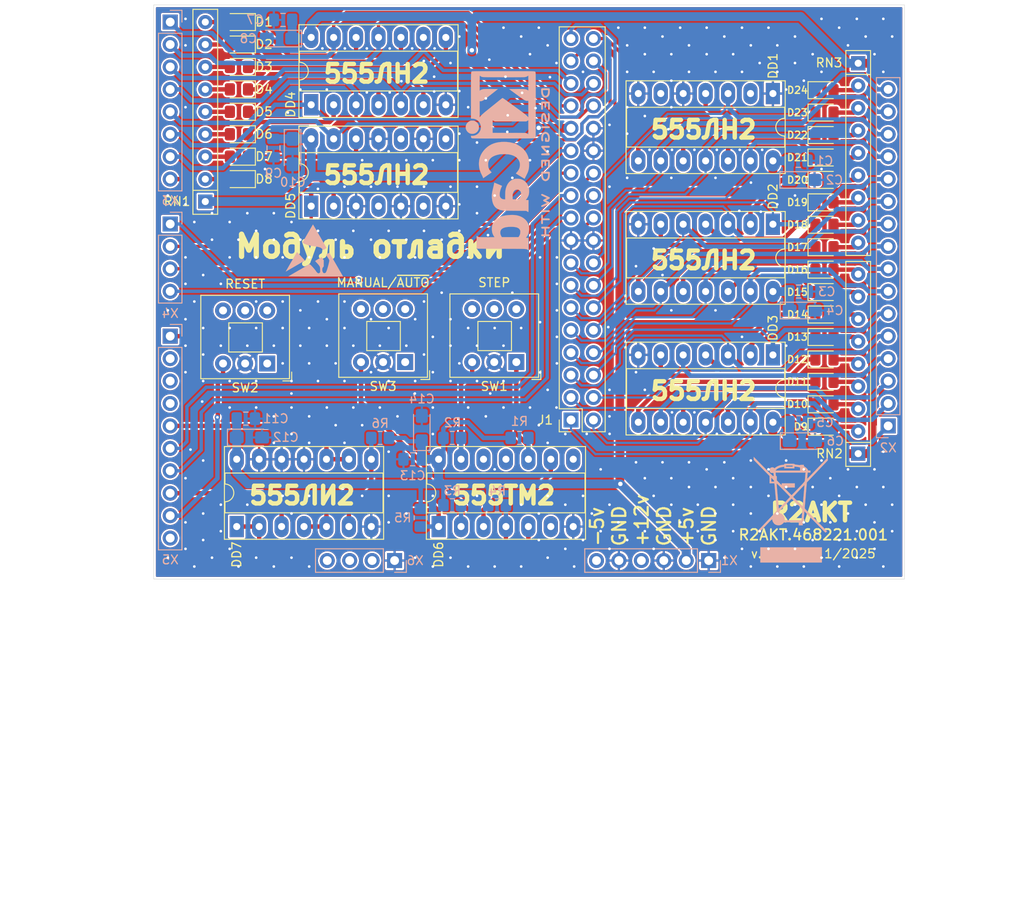
<source format=kicad_pcb>
(kicad_pcb (version 20240108) (generator "pcbnew") (generator_version "8.0")
  (title_block (title "Модуль отладки") (date "2025-11-09") (company "R2AKT") (comment 1 "R2AKT.468221.001") (comment 2 "R2AKT"))
  (layers (0 "F.Cu" signal) (31 "B.Cu" signal) (34 "B.Paste" user) (35 "F.Paste" user) (36 "B.SilkS" user "B.Silkscreen") (37 "F.SilkS" user "F.Silkscreen") (38 "B.Mask" user) (39 "F.Mask" user) (44 "Edge.Cuts" user))
  (net 0 "")
  (net 1 "GND")
  (net 2 "/XRDY")
  (net 3 "/WAIT")
  (net 4 "/AB9")
  (net 5 "/AB3")
  (net 6 "/AB14")
  (net 7 "/AB13")
  (net 8 "/AB2")
  (net 9 "/AB4")
  (net 10 "/AB0")
  (net 11 "/AB12")
  (net 12 "/AB1")
  (net 13 "/AB10")
  (net 14 "/AB15")
  (net 15 "/AB5")
  (net 16 "/AB11")
  (net 17 "/AB6")
  (net 18 "/AB8")
  (net 19 "/AB7")
  (net 20 "/DB4")
  (net 21 "/DB3")
  (net 22 "/DB6")
  (net 23 "/DB5")
  (net 24 "/DB1")
  (net 25 "/DB7")
  (net 26 "/DB0")
  (net 27 "/~{MEMR}")
  (net 28 "/~{IOW}")
  (net 29 "/~{MEMW}")
  (net 30 "/~{IOR}")
  (net 31 "/INT")
  (net 32 "/HRQ")
  (net 33 "/HLDA")
  (net 34 "/~{RESIN}")
  (net 35 "/INTE")
  (net 36 "/~{INTA}")
  (net 37 "/~{BUSEN}")
  (net 38 "/RESOUT")
  (net 39 "/Single_BCLK")
  (net 40 "/Single_OSC_TTL")
  (net 41 "/~{STSTB}")
  (net 42 "/+5V")
  (net 43 "Net-(D1-A)")
  (net 44 "Net-(D2-A)")
  (net 45 "Net-(D3-A)")
  (net 46 "Net-(D4-A)")
  (net 47 "Net-(D5-A)")
  (net 48 "Net-(D6-A)")
  (net 49 "Net-(D7-A)")
  (net 50 "Net-(D8-A)")
  (net 51 "Net-(D9-A)")
  (net 52 "Net-(D10-A)")
  (net 53 "Net-(D11-A)")
  (net 54 "Net-(D12-A)")
  (net 55 "Net-(D13-A)")
  (net 56 "Net-(D14-A)")
  (net 57 "Net-(D15-A)")
  (net 58 "Net-(D16-A)")
  (net 59 "Net-(D17-A)")
  (net 60 "Net-(D18-A)")
  (net 61 "Net-(D19-A)")
  (net 62 "Net-(D20-A)")
  (net 63 "Net-(D21-A)")
  (net 64 "Net-(D22-A)")
  (net 65 "Net-(D23-A)")
  (net 66 "Net-(D24-A)")
  (net 67 "/LED_D0")
  (net 68 "/LED_D1")
  (net 69 "/LED_D3")
  (net 70 "/LED_D4")
  (net 71 "/LED_D5")
  (net 72 "/LED_D6")
  (net 73 "/LED_D7")
  (net 74 "/LED_A0")
  (net 75 "/LED_A1")
  (net 76 "/LED_A2")
  (net 77 "/LED_A3")
  (net 78 "/LED_A4")
  (net 79 "/LED_A5")
  (net 80 "/LED_A6")
  (net 81 "/LED_A7")
  (net 82 "/LED_A8")
  (net 83 "/LED_A9")
  (net 84 "/LED_A10")
  (net 85 "/LED_A11")
  (net 86 "/LED_A12")
  (net 87 "/LED_A13")
  (net 88 "/LED_A14")
  (net 89 "/LED_A15")
  (net 90 "/LED_D2")
  (net 91 "/DB2")
  (net 92 "/-5")
  (net 93 "/+12")
  (net 101 "Net-(DD6A-~{R})")
  (net 102 "Net-(DD6A-C)")
  (net 104 "Net-(DD6A-D)")
  (net 105 "Net-(DD6A-~{S})")
  (net 106 "Net-(DD6B-~{S})")
  (net 108 "Net-(DD6B-~{R})")
  (net 109 "Net-(DD6A-Q)")
  (net 110 "Net-(DD7-Pad4)")
  (footprint "LED_SMD:LED_0805_2012Metric_Pad1.15x1.40mm_HandSolder" (layer "F.Cu") (at 81.9726 81.684671 180)
    (property "Reference" "D5")
    (property "Value" "LED")
  )
  (footprint "LED_SMD:LED_0805_2012Metric_Pad1.15x1.40mm_HandSolder" (layer "F.Cu") (at 81.9726 74.064671 180)
    (property "Reference" "D2")
    (property "Value" "LED")
  )
  (footprint "LED_SMD:LED_0805_2012Metric_Pad1.15x1.40mm_HandSolder" (layer "F.Cu") (at 148.2576 89.394171)
    (property "Reference" "D20")
    (property "Value" "LED")
  )
  (footprint "Button_Switch_THT:SW_Push_2P2T_Toggle_CK_PVA2OAH5xxxxxxV2" (layer "F.Cu") (at 113.3753 110.018971 180)
    (property "Reference" "SW1")
    (property "Value" "STEP")
  )
  (footprint "Connector_PinSocket_2.54mm:PinSocket_2x18_P2.54mm_Vertical" (layer "F.Cu") (at 119.5646 116.572171 180)
    (property "Reference" "J1")
    (property "Value" "Conn_02x18_Counter_Clockwise")
  )
  (footprint "Button_Switch_THT:SW_Push_2P2T_Toggle_CK_PVA2OAH5xxxxxxV2" (layer "F.Cu") (at 100.7928 110.018971 180)
    (property "Reference" "SW3")
    (property "Value" "MANUAL/~{AUTO}")
  )
  (footprint "LED_SMD:LED_0805_2012Metric_Pad1.15x1.40mm_HandSolder" (layer "F.Cu") (at 81.9726 84.224671 180)
    (property "Reference" "D6")
    (property "Value" "LED")
  )
  (footprint "Package_DIP:DIP-14_W7.62mm_Socket_LongPads" (layer "F.Cu") (at 142.4246 79.615171 -90)
    (property "Reference" "DD1")
    (property "Value" "555ЛН2 (74LS05)")
  )
  (footprint "LED_SMD:LED_0805_2012Metric_Pad1.15x1.40mm_HandSolder" (layer "F.Cu") (at 148.2576 84.314171)
    (property "Reference" "D22")
    (property "Value" "LED")
  )
  (footprint "Package_DIP:DIP-14_W7.62mm_Socket_LongPads" (layer "F.Cu") (at 90.1514 80.885171 90)
    (property "Reference" "DD4")
    (property "Value" "555ЛН2 (74LS05)")
  )
  (footprint "Resistor_THT:R_Array_SIP9" (layer "F.Cu") (at 152.0766 120.382171 90)
    (property "Reference" "RN2")
    (property "Value" "270")
  )
  (footprint "LED_SMD:LED_0805_2012Metric_Pad1.15x1.40mm_HandSolder" (layer "F.Cu") (at 148.2576 99.554171)
    (property "Reference" "D16")
    (property "Value" "LED")
  )
  (footprint "LED_SMD:LED_0805_2012Metric_Pad1.15x1.40mm_HandSolder" (layer "F.Cu") (at 81.9726 86.764671 180)
    (property "Reference" "D7")
    (property "Value" "LED")
  )
  (footprint "LED_SMD:LED_0805_2012Metric_Pad1.15x1.40mm_HandSolder" (layer "F.Cu") (at 148.2576 81.774171)
    (property "Reference" "D23")
    (property "Value" "LED")
  )
  (footprint "Package_DIP:DIP-14_W7.62mm_Socket_LongPads" (layer "F.Cu") (at 142.4246 109.206171 -90)
    (property "Reference" "DD3")
    (property "Value" "555ЛН2 (74LS05)")
  )
  (footprint "LED_SMD:LED_0805_2012Metric_Pad1.15x1.40mm_HandSolder" (layer "F.Cu") (at 148.2576 97.014171)
    (property "Reference" "D17")
    (property "Value" "LED")
  )
  (footprint "Package_DIP:DIP-14_W7.62mm_Socket_LongPads" (layer "F.Cu") (at 81.7186 128.637171 90)
    (property "Reference" "DD7")
    (property "Value" "555ЛИ2 (74LS09)")
  )
  (footprint "Button_Switch_THT:SW_Push_2P2T_Toggle_CK_PVA2OAH5xxxxxxV2" (layer "F.Cu") (at 85.173 110.176971 180)
    (property "Reference" "SW2")
    (property "Value" "RESET")
  )
  (footprint "LED_SMD:LED_0805_2012Metric_Pad1.15x1.40mm_HandSolder" (layer "F.Cu") (at 148.2576 104.634171)
    (property "Reference" "D14")
    (property "Value" "LED")
  )
  (footprint "LED_SMD:LED_0805_2012Metric_Pad1.15x1.40mm_HandSolder" (layer "F.Cu") (at 81.9726 71.524671 180)
    (property "Reference" "D1")
    (property "Value" "LED")
  )
  (footprint "Package_DIP:DIP-14_W7.62mm_Socket_LongPads" (layer "F.Cu") (at 104.5786 128.637171 90)
    (property "Reference" "DD6")
    (property "Value" "555ТМ2 (74LS74)")
  )
  (footprint "LED_SMD:LED_0805_2012Metric_Pad1.15x1.40mm_HandSolder" (layer "F.Cu") (at 81.9726 89.304671 180)
    (property "Reference" "D8")
    (property "Value" "LED")
  )
  (footprint "LED_SMD:LED_0805_2012Metric_Pad1.15x1.40mm_HandSolder" (layer "F.Cu") (at 81.9726 79.144671 180)
    (property "Reference" "D4")
    (property "Value" "LED")
  )
  (footprint "LED_SMD:LED_0805_2012Metric_Pad1.15x1.40mm_HandSolder" (layer "F.Cu") (at 148.2576 114.794171)
    (property "Reference" "D10")
    (property "Value" "LED")
  )
  (footprint "LED_SMD:LED_0805_2012Metric_Pad1.15x1.40mm_HandSolder" (layer "F.Cu") (at 148.2576 109.714171)
    (property "Reference" "D12")
    (property "Value" "LED")
  )
  (footprint "LED_SMD:LED_0805_2012Metric_Pad1.15x1.40mm_HandSolder" (layer "F.Cu") (at 148.2576 112.254171)
    (property "Reference" "D11")
    (property "Value" "LED")
  )
  (footprint "LED_SMD:LED_0805_2012Metric_Pad1.15x1.40mm_HandSolder" (layer "F.Cu") (at 81.9726 76.604671 180)
    (property "Reference" "D3")
    (property "Value" "LED")
  )
  (footprint "Resistor_THT:R_Array_SIP9" (layer "F.Cu") (at 78.1626 91.844671 90)
    (property "Reference" "RN1")
    (property "Value" "270")
  )
  (footprint "LED_SMD:LED_0805_2012Metric_Pad1.15x1.40mm_HandSolder" (layer "F.Cu") (at 148.2576 117.334171)
    (property "Reference" "D9")
    (property "Value" "LED")
  )
  (footprint "LED_SMD:LED_0805_2012Metric_Pad1.15x1.40mm_HandSolder" (layer "F.Cu") (at 148.2576 79.234171)
    (property "Reference" "D24")
    (property "Value" "LED")
  )
  (footprint "LED_SMD:LED_0805_2012Metric_Pad1.15x1.40mm_HandSolder" (layer "F.Cu") (at 148.2576 86.854171)
    (property "Reference" "D21")
    (property "Value" "LED")
  )
  (footprint "LED_SMD:LED_0805_2012Metric_Pad1.15x1.40mm_HandSolder" (layer "F.Cu") (at 148.2576 107.174171)
    (property "Reference" "D13")
    (property "Value" "LED")
  )
  (footprint "LED_SMD:LED_0805_2012Metric_Pad1.15x1.40mm_HandSolder" (layer "F.Cu") (at 148.2576 94.474171)
    (property "Reference" "D18")
    (property "Value" "LED")
  )
  (footprint "Package_DIP:DIP-14_W7.62mm_Socket_LongPads" (layer "F.Cu") (at 90.1514 92.365971 90)
    (property "Reference" "DD5")
    (property "Value" "555ЛН2 (74LS05)")
  )
  (footprint "LED_SMD:LED_0805_2012Metric_Pad1.15x1.40mm_HandSolder" (layer "F.Cu") (at 148.2576 91.934171)
    (property "Reference" "D19")
    (property "Value" "LED")
  )
  (footprint "Resistor_THT:R_Array_SIP9" (layer "F.Cu") (at 152.0766 76.186171 -90)
    (property "Reference" "RN3")
    (property "Value" "270")
  )
  (footprint "Package_DIP:DIP-14_W7.62mm_Socket_LongPads" (layer "F.Cu") (at 142.4246 94.410671 -90)
    (property "Reference" "DD2")
    (property "Value" "555ЛН2 (74LS05)")
  )
  (footprint "LED_SMD:LED_0805_2012Metric_Pad1.15x1.40mm_HandSolder" (layer "F.Cu") (at 148.2576 102.094171)
    (property "Reference" "D15")
    (property "Value" "LED")
  )
  (footprint "Symbol:KiCad-Logo2_8mm_SilkScreen" (layer "B.Cu") (at 111.579424 87.209771 -90)
    (property "Reference" "REF**" (hide yes))
    (property "Value" "KiCad-Logo2_8mm_SilkScreen" (hide yes))
  )
  (footprint "Capacitor_SMD:C_0805_2012Metric_Pad1.18x1.45mm_HandSolder" (layer "B.Cu") (at 85.8842 85.783471 -90)
    (property "Reference" "C9")
    (property "Value" "100n")
  )
  (footprint "Capacitor_SMD:C_0805_2012Metric_Pad1.18x1.45mm_HandSolder" (layer "B.Cu") (at 145.2987 87.235171)
    (property "Reference" "C1")
    (property "Value" "100n")
  )
  (footprint "Connector_PinHeader_2.54mm:PinHeader_1x06_P2.54mm_Vertical" (layer "B.Cu") (at 135.1506 132.484671 90)
    (property "Reference" "X1")
    (property "Value" "Power")
  )
  (footprint "Capacitor_SMD:C_0805_2012Metric_Pad1.18x1.45mm_HandSolder" (layer "B.Cu") (at 145.3495 116.826171)
    (property "Reference" "C5")
    (property "Value" "100n")
  )
  (footprint "Connector_PinHeader_2.54mm:PinHeader_1x08_P2.54mm_Vertical" (layer "B.Cu") (at 74.1906 71.524671 180)
    (property "Reference" "X3")
    (property "Value" "Data")
  )
  (footprint "Connector_PinHeader_2.54mm:PinHeader_1x04_P2.54mm_Vertical" (layer "B.Cu") (at 99.5906 132.484671 90)
    (property "Reference" "X6")
    (property "Value" "Clock")
  )
  (footprint "Symbol:WEEE-Logo_8.4x12mm_SilkScreen" (layer "B.Cu") (at 144.4566 126.732171 180)
    (property "Reference" "REF**" (hide yes))
    (property "Value" "WEEE-Logo_8.4x12mm_SilkScreen" (hide yes))
  )
  (footprint "Resistor_SMD:R_0805_2012Metric_Pad1.20x1.40mm_HandSolder" (layer "B.Cu") (at 102.5466 127.637171 -90)
    (property "Reference" "R5")
    (property "Value" "1k")
  )
  (footprint "Resistor_SMD:R_0805_2012Metric_Pad1.20x1.40mm_HandSolder" (layer "B.Cu") (at 111.1986 126.224171)
    (property "Reference" "R4")
    (property "Value" "1k")
  )
  (footprint "Symbol:ESD-Logo_6.6x6mm_SilkScreen" (layer "B.Cu") (at 90.507 97.369771 180)
    (property "Reference" "REF**" (hide yes))
    (property "Value" "ESD-Logo_6.6x6mm_SilkScreen" (hide yes))
  )
  (footprint "Connector_PinHeader_2.54mm:PinHeader_1x10_P2.54mm_Vertical" (layer "B.Cu") (at 74.1906 107.084671 180)
    (property "Reference" "X5")
    (property "Value" "Control")
  )
  (footprint "Capacitor_SMD:C_0805_2012Metric_Pad1.18x1.45mm_HandSolder" (layer "B.Cu") (at 86.9597 71.283971 180)
    (property "Reference" "C7")
    (property "Value" "100n")
  )
  (footprint "Connector_PinHeader_2.54mm:PinHeader_1x04_P2.54mm_Vertical" (layer "B.Cu") (at 74.1906 94.384671 180)
    (property "Reference" "X4")
    (property "Value" "Mode")
  )
  (footprint "Capacitor_SMD:C_0805_2012Metric_Pad1.18x1.45mm_HandSolder" (layer "B.Cu") (at 82.7561 116.419771)
    (property "Reference" "C11")
    (property "Value" "100n")
  )
  (footprint "Capacitor_Tantalum_SMD:CP_EIA-3216-18_Kemet-A_Pad1.58x1.35mm_HandSolder" (layer "B.Cu") (at 83.1561 118.553371)
    (property "Reference" "C12")
    (property "Value" "1u")
  )
  (footprint "Resistor_SMD:R_0805_2012Metric_Pad1.20x1.40mm_HandSolder" (layer "B.Cu") (at 106.1186 118.604171)
    (property "Reference" "R2")
    (property "Value" "1k")
  )
  (footprint "Resistor_SMD:R_0805_2012Metric_Pad1.20x1.40mm_HandSolder" (layer "B.Cu") (at 113.7386 118.604171)
    (property "Reference" "R1")
    (property "Value" "1k")
  )
  (footprint "Resistor_SMD:R_0805_2012Metric_Pad1.20x1.40mm_HandSolder" (layer "B.Cu") (at 97.9586 118.604171 180)
    (property "Reference" "R6")
    (property "Value" "1k")
  )
  (footprint "Capacitor_SMD:C_0805_2012Metric_Pad1.18x1.45mm_HandSolder" (layer "B.Cu") (at 145.3417 102.030671)
    (property "Reference" "C3")
    (property "Value" "100n")
  )
  (footprint "Capacitor_Tantalum_SMD:CP_EIA-3216-18_Kemet-A_Pad1.58x1.35mm_HandSolder" (layer "B.Cu") (at 145.6987 89.394171)
    (property "Reference" "C2")
    (property "Value" "1u")
  )
  (footprint "Capacitor_SMD:C_0805_2012Metric_Pad1.18x1.45mm_HandSolder" (layer "B.Cu") (at 101.6361 121.017171 180)
    (property "Reference" "C13")
    (property "Value" "100n")
  )
  (footprint "Resistor_SMD:R_0805_2012Metric_Pad1.20x1.40mm_HandSolder" (layer "B.Cu") (at 106.1186 126.224171 180)
    (property "Reference" "R3")
    (property "Value" "1k")
  )
  (footprint "Capacitor_Tantalum_SMD:CP_EIA-3216-18_Kemet-A_Pad1.58x1.35mm_HandSolder" (layer "B.Cu") (at 86.5597 73.392171 180)
    (property "Reference" "C8")
    (property "Value" "1u")
  )
  (footprint "Capacitor_Tantalum_SMD:CP_EIA-3216-18_Kemet-A_Pad1.58x1.35mm_HandSolder" (layer "B.Cu") (at 145.7417 104.176971)
    (property "Reference" "C4")
    (property "Value" "1u")
  )
  (footprint "Capacitor_Tantalum_SMD:CP_EIA-3216-18_Kemet-A_Pad1.58x1.35mm_HandSolder" (layer "B.Cu") (at 145.7495 118.959771)
    (property "Reference" "C6")
    (property "Value" "1u")
  )
  (footprint "Capacitor_Tantalum_SMD:CP_EIA-3216-18_Kemet-A_Pad1.58x1.35mm_HandSolder" (layer "B.Cu") (at 102.6736 117.547671 90)
    (property "Reference" "C14")
    (property "Value" "1u")
  )
  (footprint "Connector_PinHeader_2.54mm:PinHeader_1x16_P2.54mm_Vertical" (layer "B.Cu") (at 155.4706 117.244671)
    (property "Reference" "X2")
    (property "Value" "Address")
  )
  (footprint "Capacitor_Tantalum_SMD:CP_EIA-3216-18_Kemet-A_Pad1.58x1.35mm_HandSolder" (layer "B.Cu") (at 88.0406 86.183471 -90)
    (property "Reference" "C10")
    (property "Value" "1u")
  )
  (gr_rect (start 72.3206 69.582171) (end 157.3206 134.582171) (stroke (width 0.05)) (fill none) (layer "Edge.Cuts"))
  (gr_text "-5v" (at 122.5106 128.635486 90) (layer "F.SilkS") (effects (font (size 1.5 1.5) (thickness 0.25) (bold yes))))
  (gr_text "GND" (at 130.1056 128.564057 90) (layer "F.SilkS") (effects (font (size 1.5 1.5) (thickness 0.25) (bold yes))))
  (gr_text "555ЛН2" (at 128.344838 84.867671 0) (layer "F.SilkS") (effects (font (size 2 2) (thickness 0.5) (bold yes)) (justify left bottom)))
  (gr_text "GND" (at 125.0256 128.564057 90) (layer "F.SilkS") (effects (font (size 1.5 1.5) (thickness 0.25) (bold yes))))
  (gr_text "+5v" (at 132.6456 128.635486 90) (layer "F.SilkS") (effects (font (size 1.5 1.5) (thickness 0.25) (bold yes))))
  (gr_text "555ЛИ2" (at 82.888838 126.289671 0) (layer "F.SilkS") (effects (font (size 2 2) (thickness 0.5) (bold yes)) (justify left bottom)))
  (gr_text "Модуль отладки" (at 96.85165 98.385771 0) (layer "F.SilkS") (effects (font (size 2.5 2.5) (thickness 0.6) (bold yes)) (justify bottom)))
  (gr_text "555ЛН2" (at 128.344838 99.663171 0) (layer "F.SilkS") (effects (font (size 2 2) (thickness 0.5) (bold yes)) (justify left bottom)))
  (gr_text "R2AKT.468221.001" (at 146.9966 129.576971 0) (layer "F.SilkS") (effects (font (size 1.2 1.2) (thickness 0.2) (bold yes))))
  (gr_text "+12v" (at 127.5656 127.9212 90) (layer "F.SilkS") (effects (font (size 1.5 1.5) (thickness 0.25) (bold yes))))
  (gr_text "555ЛН2" (at 91.321638 90.018471 0) (layer "F.SilkS") (effects (font (size 2 2) (thickness 0.5) (bold yes)) (justify left bottom)))
  (gr_text "GND" (at 135.1856 128.564057 90) (layer "F.SilkS") (effects (font (size 1.5 1.5) (thickness 0.25) (bold yes))))
  (gr_text "555ТМ2" (at 105.939314 126.289671 0) (layer "F.SilkS") (effects (font (size 2 2) (thickness 0.5) (bold yes)) (justify left bottom)))
  (gr_text "555ЛН2" (at 91.321638 78.537671 0) (layer "F.SilkS") (effects (font (size 2 2) (thickness 0.5) (bold yes)) (justify left bottom)))
  (gr_text "555ЛН2" (at 128.344838 114.458671 0) (layer "F.SilkS") (effects (font (size 2 2) (thickness 0.5) (bold yes)) (justify left bottom)))
  (gr_text "R2AKT" (at 141.875172 128.205371 0) (layer "F.SilkS") (effects (font (size 2 2) (thickness 0.5) (bold yes)) (justify left bottom)))
  (gr_text "v.1.0 18/11/2025" (at 146.996601 131.710571 0) (layer "F.SilkS") (effects (font (size 1 1))))
  (via (at 102.9216 103.161819) (size 0.6) (drill 0.3) (layers "F.Cu" "B.Cu") (net 1))
  (via (at 75.9216 92.161819) (size 0.6) (drill 0.3) (layers "F.Cu" "B.Cu") (net 1))
  (via (at 153.9216 75.161819) (size 0.6) (drill 0.3) (layers "F.Cu" "B.Cu") (net 1))
  (via (at 75.9216 111.161819) (size 0.6) (drill 0.3) (layers "F.Cu" "B.Cu") (net 1))
  (via (at 75.9216 74.161819) (size 0.6) (drill 0.3) (layers "F.Cu" "B.Cu") (net 1))
  (via (at 137.9216 75.161819) (size 0.6) (drill 0.3) (layers "F.Cu" "B.Cu") (net 1))
  (via (at 112.351 83.958571) (size 0.6) (drill 0.3) (layers "F.Cu" "B.Cu") (net 1))
  (via (at 83.9216 112.161819) (size 0.6) (drill 0.3) (layers "F.Cu" "B.Cu") (net 1))
  (via (at 96.9216 105.161819) (size 0.6) (drill 0.3) (layers "F.Cu" "B.Cu") (net 1))
  (via (at 139.9216 74.161819) (size 0.6) (drill 0.3) (layers "F.Cu" "B.Cu") (net 1))
  (via (at 85.9216 108.161819) (size 0.6) (drill 0.3) (layers "F.Cu" "B.Cu") (net 1))
  (via (at 87.9162 113.574971) (size 0.6) (drill 0.3) (layers "F.Cu" "B.Cu") (net 1))
  (via (at 134.9216 75.161819) (size 0.6) (drill 0.3) (layers "F.Cu" "B.Cu") (net 1))
  (via (at 118.9216 126.161819) (size 0.6) (drill 0.3) (layers "F.Cu" "B.Cu") (net 1))
  (via (at 105.9216 108.161819) (size 0.6) (drill 0.3) (layers "F.Cu" "B.Cu") (net 1))
  (via (at 98.9216 128.161819) (size 0.6) (drill 0.3) (layers "F.Cu" "B.Cu") (net 1))
  (via (at 98.9216 86.161819) (size 0.6) (drill 0.3) (layers "F.Cu" "B.Cu") (net 1))
  (via (at 128.9216 77.161819) (size 0.6) (drill 0.3) (layers "F.Cu" "B.Cu") (net 1))
  (via (at 89.9216 119.161819) (size 0.6) (drill 0.3) (layers "F.Cu" "B.Cu") (net 1))
  (via (at 91.9216 115.161819) (size 0.6) (drill 0.3) (layers "F.Cu" "B.Cu") (net 1))
  (via (at 101.9216 105.161819) (size 0.6) (drill 0.3) (layers "F.Cu" "B.Cu") (net 1))
  (via (at 142.9216 92.161819) (size 0.6) (drill 0.3) (layers "F.Cu" "B.Cu") (net 1))
  (via (at 148.9216 123.161819) (size 0.6) (drill 0.3) (layers "F.Cu" "B.Cu") (net 1))
  (via (at 130.9216 89.161819) (size 0.6) (drill 0.3) (layers "F.Cu" "B.Cu") (net 1))
  (via (at 91.9216 108.161819) (size 0.6) (drill 0.3) (layers "F.Cu" "B.Cu") (net 1))
  (via (at 123.9216 90.161819) (size 0.6) (drill 0.3) (layers "F.Cu" "B.Cu") (net 1))
  (via (at 102.9216 90.161819) (size 0.6) (drill 0.3) (layers "F.Cu" "B.Cu") (net 1))
  (via (at 105.9216 90.161819) (size 0.6) (drill 0.3) (layers "F.Cu" "B.Cu") (net 1))
  (via (at 116.9216 132.161819) (size 0.6) (drill 0.3) (layers "F.Cu" "B.Cu") (net 1))
  (via (at 100.9216 96.161819) (size 0.6) (drill 0.3) (layers "F.Cu" "B.Cu") (net 1))
  (via (at 90.9216 103.161819) (size 0.6) (drill 0.3) (layers "F.Cu" "B.Cu") (net 1))
  (via (at 116.9216 125.161819) (size 0.6) (drill 0.3) (layers "F.Cu" "B.Cu") (net 1))
  (via (at 87.9216 115.161819) (size 0.6) (drill 0.3) (layers "F.Cu" "B.Cu") (net 1))
  (via (at 133.5346 115.708571) (size 0.6) (drill 0.3) (layers "F.Cu" "B.Cu") (net 1))
  (via (at 96.9216 111.161819) (size 0.6) (drill 0.3) (layers "F.Cu" "B.Cu") (net 1))
  (via (at 115.9216 130.161819) (size 0.6) (drill 0.3) (layers "F.Cu" "B.Cu") (net 1))
  (via (at 75.9216 123.161819) (size 0.6) (drill 0.3) (layers "F.Cu" "B.Cu") (net 1))
  (via (at 77.9216 109.161819) (size 0.6) (drill 0.3) (layers "F.Cu" "B.Cu") (net 1))
  (via (at 132.9216 124.161819) (size 0.6) (drill 0.3) (layers "F.Cu" "B.Cu") (net 1))
  (via (at 85.9216 93.161819) (size 0.6) (drill 0.3) (layers "F.Cu" "B.Cu") (net 1))
  (via (at 108.9216 90.161819) (size 0.6) (drill 0.3) (layers "F.Cu" "B.Cu") (net 1))
  (via (at 125.9216 130.161819) (size 0.6) (drill 0.3) (layers "F.Cu" "B.Cu") (net 1))
  (via (at 75.9216 128.161819) (size 0.6) (drill 0.3) (layers "F.Cu" "B.Cu") (net 1))
  (via (at 75.9216 81.161819) (size 0.6) (drill 0.3) (layers "F.Cu" "B.Cu") (net 1))
  (via (at 89.9216 98.161819) (size 0.6) (drill 0.3) (layers "F.Cu" "B.Cu") (net 1))
  (via (at 127.9216 82.161819) (size 0.6) (drill 0.3) (layers "F.Cu" "B.Cu") (net 1))
  (via (at 130.9216 75.161819) (size 0.6) (drill 0.3) (layers "F.Cu" "B.Cu") (net 1))
  (via (at 90.9216 112.161819) (size 0.6) (drill 0.3) (layers "F.Cu" "B.Cu") (net 1))
  (via (at 147.9216 77.161819) (size 0.6) (drill 0.3) (layers "F.Cu" "B.Cu") (net 1))
  (via (at 85.9216 119.161819) (size 0.6) (drill 0.3) (layers "F.Cu" "B.Cu") (net 1))
  (via (at 95.9216 87.161819) (size 0.6) (drill 0.3) (layers "F.Cu" "B.Cu") (net 1))
  (via (at 155.9216 129.161819) (size 0.6) (drill 0.3) (layers "F.Cu" "B.Cu") (net 1))
  (via (at 94.9216 95.161819) (size 0.6) (drill 0.3) (layers "F.Cu" "B.Cu") (net 1))
  (via (at 98.9216 95.161819) (size 0.6) (drill 0.3) (layers "F.Cu" "B.Cu") (net 1))
  (via (at 147.9216 121.161819) (size 0.6) (drill 0.3) (layers "F.Cu" "B.Cu") (net 1))
  (via (at 154.9216 120.161819) (size 0.6) (drill 0.3) (layers "F.Cu" "B.Cu") (net 1))
  (via (at 143.9216 129.161819) (size 0.6) (drill 0.3) (layers "F.Cu" "B.Cu") (net 1))
  (via (at 103.9216 115.161819) (size 0.6) (drill 0.3) (layers "F.Cu" "B.Cu") (net 1))
  (via (at 107.9216 106.161819) (size 0.6) (drill 0.3) (layers "F.Cu" "B.Cu") (net 1))
  (via (at 106.9216 92.161819) (size 0.6) (drill 0.3) (layers "F.Cu" "B.Cu") (net 1))
  (via (at 128.9216 97.161819) (size 0.6) (drill 0.3) (layers "F.Cu" "B.Cu") (net 1))
  (via (at 81.9216 133.161819) (size 0.6) (drill 0.3) (layers "F.Cu" "B.Cu") (net 1))
  (via (at 137.9216 126.161819) (size 0.6) (drill 0.3) (layers "F.Cu" "B.Cu") (net 1))
  (via (at 93.9216 103.161819) (size 0.6) (drill 0.3) (layers "F.Cu" "B.Cu") (net 1))
  (via (at 101.9216 132.161819) (size 0.6) (drill 0.3) (layers "F.Cu" "B.Cu") (net 1))
  (via (at 110.9216 122.161819) (size 0.6) (drill 0.3) (layers "F.Cu" "B.Cu") (net 1))
  (via (at 75.9216 101.161819) (size 0.6) (drill 0.3) (layers "F.Cu" "B.Cu") (net 1))
  (via (at 99.9216 116.161819) (size 0.6) (drill 0.3) (layers "F.Cu" "B.Cu") (net 1))
  (via (at 108.9216 112.161819) (size 0.6) (drill 0.3) (layers "F.Cu" "B.Cu") (net 1))
  (via (at 98.9216 120.161819) (size 0.6) (drill 0.3) (layers "F.Cu" "B.Cu") (net 1))
  (via (at 128.4546 118.146971) (size 0.6) (drill 0.3) (layers "F.Cu" "B.Cu") (net 1))
  (via (at 145.9216 128.161819) (size 0.6) (drill 0.3) (layers "F.Cu" "B.Cu") (net 1))
  (via (at 100.9216 108.161819) (size 0.6) (drill 0.3) (layers "F.Cu" "B.Cu") (net 1))
  (via (at 103.9216 118.161819) (size 0.6) (drill 0.3) (layers "F.Cu" "B.Cu") (net 1))
  (via (at 87.9216 94.161819) (size 0.6) (drill 0.3) (layers "F.Cu" "B.Cu") (net 1))
  (via (at 128.9216 125.161819) (size 0.6) (drill 0.3) (layers "F.Cu" "B.Cu") (net 1))
  (via (at 103.9216 87.161819) (size 0.6) (drill 0.3) (layers "F.Cu" "B.Cu") (net 1))
  (via (at 103.9216 111.161819) (size 0.6) (drill 0.3) (layers "F.Cu" "B.Cu") (net 1))
  (via (at 87.5098 81.774171) (size 0.6) (drill 0.3) (layers "F.Cu" "B.Cu") (net 1))
  (via (at 106.9216 95.161819) (size 0.6) (drill 0.3) (layers "F.Cu" "B.Cu") (net 1))
  (via (at 91.9216 105.161819) (size 0.6) (drill 0.3) (layers "F.Cu" "B.Cu") (net 1))
  (via (at 123.9216 83.161819) (size 0.6) (drill 0.3) (layers "F.Cu" "B.Cu") (net 1))
  (via (at 91.4214 74.509771) (size 0.6) (drill 0.3) (layers "F.Cu" "B.Cu") (net 1))
  (via (at 75.9216 105.161819) (size 0.6) (drill 0.3) (layers "F.Cu" "B.Cu") (net 1))
  (via (at 144.9216 91.161819) (size 0.6) (drill 0.3) (layers "F.Cu" "B.Cu") (net 1))
  (via (at 130.9216 81.161819) (size 0.6) (drill 0.3) (layers "F.Cu" "B.Cu") (net 1))
  (via (at 127.9216 72.161819) (size 0.6) (drill 0.3) (layers "F.Cu" "B.Cu") (net 1))
  (via (at 96.9216 90.161819) (size 0.6) (drill 0.3) (layers "F.Cu" "B.Cu") (net 1))
  (via (at 133.5346 118.146971) (size 0.6) (drill 0.3) (layers "F.Cu" "B.Cu") (net 1))
  (via (at 143.9216 108.161819) (size 0.6) (drill 0.3) (layers "F.Cu" "B.Cu") (net 1))
  (via (at 139.9216 121.161819) (size 0.6) (drill 0.3) (layers "F.Cu" "B.Cu") (net 1))
  (via (at 138.9216 72.161819) (size 0.6) (drill 0.3) (layers "F.Cu" "B.Cu") (net 1))
  (via (at 91.9216 79.161819) (size 0.6) (drill 0.3) (layers "F.Cu" "B.Cu") (net 1))
  (via (at 145.9216 122.161819) (size 0.6) (drill 0.3) (layers "F.Cu" "B.Cu") (net 1))
  (via (at 79.9216 101.161819) (size 0.6) (drill 0.3) (layers "F.Cu" "B.Cu") (net 1))
  (via (at 120.9216 77.161819) (size 0.6) (drill 0.3) (layers "F.Cu" "B.Cu") (net 1))
  (via (at 86.9216 98.161819) (size 0.6) (drill 0.3) (layers "F.Cu" "B.Cu") (net 1))
  (via (at 114.9216 115.161819) (size 0.6) (drill 0.3) (layers "F.Cu" "B.Cu") (net 1))
  (via (at 129.9216 121.361971) (size 0.6) (drill 0.3) (layers "F.Cu" "B.Cu") (net 1))
  (via (at 144.9216 131.161819) (size 0.6) (drill 0.3) (layers "F.Cu" "B.Cu") (net 1))
  (via (at 151.9216 129.161819) (size 0.6) (drill 0.3) (layers "F.Cu" "B.Cu") (net 1))
  (via (at 141.2054 85.990571) (size 0.6) (drill 0.3) (layers "F.Cu" "B.Cu") (net 1))
  (via (at 75.9216 108.161819) (size 0.6) (drill 0.3) (layers "F.Cu" "B.Cu") (net 1))
  (via (at 107.9216 133.161819) (size 0.6) (drill 0.3) (layers "F.Cu" "B.Cu") (net 1))
  (via (at 116.0594 98.161819) (size 0.6) (drill 0.3) (layers "F.Cu" "B.Cu") (net 1))
  (via (at 134.9216 72.161819) (size 0.6) (drill 0.3) (layers "F.Cu" "B.Cu") (net 1))
  (via (at 130.9216 78.161819) (size 0.6) (drill 0.3) (layers "F.Cu" "B.Cu") (net 1))
  (via (at 80.9216 106.161819) (size 0.6) (drill 0.3) (layers "F.Cu" "B.Cu") (net 1))
  (via (at 112.9216 102.161819) (size 0.6) (drill 0.3) (layers "F.Cu" "B.Cu") (net 1))
  (via (at 141.9216 131.161819) (size 0.6) (drill 0.3) (layers "F.Cu" "B.Cu") (net 1))
  (via (at 114.0274 79.538971) (size 0.6) (drill 0.3) (layers "F.Cu" "B.Cu") (net 1))
  (via (at 125.9216 77.161819) (size 0.6) (drill 0.3) (layers "F.Cu" "B.Cu") (net 1))
  (via (at 148.9216 128.161819) (size 0.6) (drill 0.3) (layers "F.Cu" "B.Cu") (net 1))
  (via (at 105.9216 132.161819) (size 0.6) (drill 0.3) (layers "F.Cu" "B.Cu") (net 1))
  (via (at 86.9216 110.161819) (size 0.6) (drill 0.3) (layers "F.Cu" "B.Cu") (net 1))
  (via (at 78.9216 96.161819) (size 0.6) (drill 0.3) (layers "F.Cu" "B.Cu") (net 1))
  (via (at 77.807 114.489371) (size 0.6) (drill 0.3) (layers "F.Cu" "B.Cu") (net 1))
  (via (at 145.9216 78.161819) (size 0.6) (drill 0.3) (layers "F.Cu" "B.Cu") (net 1))
  (via (at 149.9216 133.161819) (size 0.6) (drill 0.3) (layers "F.Cu" "B.Cu") (net 1))
  (via (at 125.9216 89.161819) (size 0.6) (drill 0.3) (layers "F.Cu" "B.Cu") (net 1))
  (via (at 101.8862 113.574971) (size 0.6) (drill 0.3) (layers "F.Cu" "B.Cu") (net 1))
  (via (at 144.9216 126.161819) (size 0.6) (drill 0.3) (layers "F.Cu" "B.Cu") (net 1))
  (via (at 151.9216 71.161819) (size 0.6) (drill 0.3) (layers "F.Cu" "B.Cu") (net 1))
  (via (at 115.5514 81.266171) (size 0.6) (drill 0.3) (layers "F.Cu" "B.Cu") (net 1))
  (via (at 86.9216 103.161819) (size 0.6) (drill 0.3) (layers "F.Cu" "B.Cu") (net 1))
  (via (at 141.9216 122.161819) (size 0.6) (drill 0.3) (layers "F.Cu" "B.Cu") (net 1))
  (via (at 73.9216 104.161819) (size 0.6) (drill 0.3) (layers "F.Cu" "B.Cu") (net 1))
  (via (at 116.9216 74.161819) (size 0.6) (drill 0.3) (layers "F.Cu" "B.Cu") (net 1))
  (via (at 153.9216 122.161819) (size 0.6) (drill 0.3) (layers "F.Cu" "B.Cu") (net 1))
  (via (at 109.9216 80.161819) (size 0.6) (drill 0.3) (layers "F.Cu" "B.Cu") (net 1))
  (via (at 123.9216 116.161819) (size 0.6) (drill 0.3) (layers "F.Cu" "B.Cu") (net 1))
  (via (at 130.9216 123.161819) (size 0.6) (drill 0.3) (layers "F.Cu" "B.Cu") (net 1))
  (via (at 150.9216 74.161819) (size 0.6) (drill 0.3) (layers "F.Cu" "B.Cu") (net 1))
  (via (at 155.9216 73.161819) (size 0.6) (drill 0.3) (layers "F.Cu" "B.Cu") (net 1))
  (via (at 100.9216 127.161819) (size 0.6) (drill 0.3) (layers "F.Cu" "B.Cu") (net 1))
  (via (at 152.9216 73.161819) (size 0.6) (drill 0.3) (layers "F.Cu" "B.Cu") (net 1))
  (via (at 77.9216 121.161819) (size 0.6) (drill 0.3) (layers "F.Cu" "B.Cu") (net 1))
  (via (at 142.9216 74.161819) (size 0.6) (drill 0.3) (layers "F.Cu" "B.Cu") (net 1))
  (via (at 93.9614 74.509771) (size 0.6) (drill 0.3) (layers "F.Cu" "B.Cu") (net 1))
  (via (at 147.9216 126.161819) (size 0.6) (drill 0.3) (layers "F.Cu" "B.Cu") (net 1))
  (via (at 120.9216 130.161819) (size 0.6) (drill 0.3) (layers "F.Cu" "B.Cu") (net 1))
  (via (at 83.9216 132.161819) (size 0.6) (drill 0.3) (layers "F.Cu" "B.Cu") (net 1))
  (via (at 136.0746 85.990571) (size 0.6) (drill 0.3) (layers "F.Cu" "B.Cu") (net 1))
  (via (at 151.9216 132.161819) (size 0.6) (drill 0.3) (layers "F.Cu" "B.Cu") (net 1))
  (via (at 97.9216 115.161819) (size 0.6) (drill 0.3) (layers "F.Cu" "B.Cu") (net 1))
  (via (at 110.9216 91.161819) (size 0.6) (drill 0.3) (layers "F.Cu" "B.Cu") (net 1))
  (via (at 116.9216 113.161819) (size 0.6) (drill 0.3) (layers "F.Cu" "B.Cu") (net 1))
  (via (at 92.9216 96.161819) (size 0.6) (drill 0.3) (layers "F.Cu" "B.Cu") (net 1))
  (via (at 112.4018 82.078971) (size 0.6) (drill 0.3) (layers "F.Cu" "B.Cu") (net 1))
  (via (at 93.9216 112.161819) (size 0.6) (drill 0.3) (layers "F.Cu" "B.Cu") (net 1))
  (via (at 106.9216 73.161819) (size 0.6) (drill 0.3) (layers "F.Cu" "B.Cu") (net 1))
  (via (at 76.9216 103.161819) (size 0.6) (drill 0.3) (layers "F.Cu" "B.Cu") (net 1))
  (via (at 86.9216 125.161819) (size 0.6) (drill 0.3) (layers "F.Cu" "B.Cu") (net 1))
  (via (at 117.9653 104.161819) (size 0.6) (drill 0.3) (layers "F.Cu" "B.Cu") (net 1))
  (via (at 140.9216 76.161819) (size 0.6) (drill 0.3) (layers "F.Cu" "B.Cu") (net 1))
  (via (at 151.9216 124.161819) (size 0.6) (drill 0.3) (layers "F.Cu" "B.Cu") (net 1))
  (via (at 104.0706 79.386571) (size 0.6) (drill 0.3) (layers "F.Cu" "B.Cu") (net 1))
  (via (at 142.9216 77.161819) (size 0.6) (drill 0.3) (layers "F.Cu" "B.Cu") (net 1))
  (via (at 136.0746 118.146971) (size 0.6) (drill 0.3) (layers "F.Cu" "B.Cu") (net 1))
  (via (at 125.9216 74.161819) (size 0.6) (drill 0.3) (layers "F.Cu" "B.Cu") (net 1))
  (via (at 150.9216 122.161819) (size 0.6) (drill 0.3) (layers "F.Cu" "B.Cu") (net 1))
  (via (at 75.9216 131.161819) (size 0.6) (drill 0.3) (layers "F.Cu" "B.Cu") (net 1))
  (via (at 139.9354 89.698971) (size 0.6) (drill 0.3) (layers "F.Cu" "B.Cu") (net 1))
  (via (at 143.9216 124.161819) (size 0.6) (drill 0.3) (layers "F.Cu" "B.Cu") (net 1))
  (via (at 96.4506 79.488171) (size 0.6) (drill 0.3) (layers "F.Cu" "B.Cu") (net 1))
  (via (at 129.9216 100.161819) (size 0.6) (drill 0.3) (layers "F.Cu" "B.Cu") (net 1))
  (via (at 104.9216 102.161819) (size 0.6) (drill 0.3) (layers "F.Cu" "B.Cu") (net 1))
  (via (at 76.4862 119.924971) (size 0.6) (drill 0.3) (layers "F.Cu" "B.Cu") (net 1))
  (via (at 113.9216 133.161819) (size 0.6) (drill 0.3) (layers "F.Cu" "B.Cu") (net 1))
  (via (at 135.9216 124.161819) (size 0.6) (drill 0.3) (layers "F.Cu" "B.Cu") (net 1))
  (via (at 88.9216 96.161819) (size 0.6) (drill 0.3) (layers "F.Cu" "B.Cu") (net 1))
  (via (at 111.9216 115.161819) (size 0.6) (drill 0.3) (layers "F.Cu" "B.Cu") (net 1))
  (via (at 112.9216 89.161819) (size 0.6) (drill 0.3) (layers "F.Cu" "B.Cu") (net 1))
  (via (at 87.9216 112.161819) (size 0.6) (drill 0.3) (layers "F.Cu" "B.Cu") (net 1))
  (via (at 114.9216 87.161819) (size 0.6) (drill 0.3) (layers "F.Cu" "B.Cu") (net 1))
  (via (at 79.9216 108.161819) (size 0.6) (drill 0.3) (layers "F.Cu" "B.Cu") (net 1))
  (via (at 126.9216 111.161819) (size 0.6) (drill 0.3) (layers "F.Cu" "B.Cu") (net 1))
  (via (at 80.9216 98.161819) (size 0.6) (drill 0.3) (layers "F.Cu" "B.Cu") (net 1))
  (via (at 150.9216 127.161819) (size 0.6) (drill 0.3) (layers "F.Cu" "B.Cu") (net 1))
  (via (at 138.6146 92.899371) (size 0.6) (drill 0.3) (layers "F.Cu" "B.Cu") (net 1))
  (via (at 89.9216 125.161819) (size 0.6) (drill 0.3) (layers "F.Cu" "B.Cu") (net 1))
  (via (at 138.9216 107.161819) (size 0.6) (drill 0.3) (layers "F.Cu" "B.Cu") (net 1))
  (via (at 144.9216 73.161819) (size 0.6) (drill 0.3) (layers "F.Cu" "B.Cu") (net 1))
  (via (at 110.4206 113.574971) (size 0.6) (drill 0.3) (layers "F.Cu" "B.Cu") (net 1))
  (via (at 131.9216 128.161819) (size 0.6) (drill 0.3) (layers "F.Cu" "B.Cu") (net 1))
  (via (at 104.0706 77.710171) (size 0.6) (drill 0.3) (layers "F.Cu" "B.Cu") (net 1))
  (via (at 105.9216 112.161819) (size 0.6) (drill 0.3) (layers "F.Cu" "B.Cu") (net 1))
  (via (at 82.9216 108.161819) (size 0.6) (drill 0.3) (layers "F.Cu" "B.Cu") (net 1))
  (via (at 83.9216 115.161819) (size 0.6) (drill 0.3) (layers "F.Cu" "B.Cu") (net 1))
  (via (at 83.9216 103.161819) (size 0.6) (drill 0.3) (layers "F.Cu" "B.Cu") (net 1))
  (via (at 75.9216 71.161819) (size 0.6) (drill 0.3) (layers "F.Cu" "B.Cu") (net 1))
  (via (at 135.9216 130.161819) (size 0.6) (drill 0.3) (layers "F.Cu" "B.Cu") (net 1))
  (via (at 96.4506 74.509771) (size 0.6) (drill 0.3) (layers "F.Cu" "B.Cu") (net 1))
  (via (at 101.9216 112.161819) (size 0.6) (drill 0.3) (layers "F.Cu" "B.Cu") (net 1))
  (via (at 107.9216 115.161819) (size 0.6) (drill 0.3) (layers "F.Cu" "B.Cu") (net 1))
  (via (at 127.9216 123.161819) (size 0.6) (drill 0.3) (layers "F.Cu" "B.Cu") (net 1))
  (via (at 77.9216 130.161819) (size 0.6) (drill 0.3) (layers "F.Cu" "B.Cu") (net 1))
  (via (at 97.9216 98.161819) (size 0.6) (drill 0.3) (layers "F.Cu" "B.Cu") (net 1))
  (via (at 80.9216 131.161819) (size 0.6) (drill 0.3) (layers "F.Cu" "B.Cu") (net 1))
  (via (at 130.9216 126.161819) (size 0.6) (drill 0.3) (layers "F.Cu" "B.Cu") (net 1))
  (via (at 135.9216 89.161819) (size 0.6) (drill 0.3) (layers "F.Cu" "B.Cu") (net 1))
  (via (at 109.9216 116.161819) (size 0.6) (drill 0.3) (layers "F.Cu" "B.Cu") (net 1))
  (via (at 154.9216 71.161819) (size 0.6) (drill 0.3) (layers "F.Cu" "B.Cu") (net 1))
  (via (at 139.9216 124.161819) (size 0.6) (drill 0.3) (layers "F.Cu" "B.Cu") (net 1))
  (via (at 114.9216 75.161819) (size 0.6) (drill 0.3) (layers "F.Cu" "B.Cu") (net 1))
  (via (at 127.9216 129.161819) (size 0.6) (drill 0.3) (layers "F.Cu" "B.Cu") (net 1))
  (via (at 127.9216 113.161819) (size 0.6) (drill 0.3) (layers "F.Cu" "B.Cu") (net 1))
  (via (at 125.9216 81.161819) (size 0.6) (drill 0.3) (layers "F.Cu" "B.Cu") (net 1))
  (via (at 85.9216 133.161819) (size 0.6) (drill 0.3) (layers "F.Cu" "B.Cu") (net 1))
  (via (at 100.3622 78.218171) (size 0.6) (drill 0.3) (layers "F.Cu" "B.Cu") (net 1))
  (via (at 80.9216 94.161819) (size 0.6) (drill 0.3) (layers "F.Cu" "B.Cu") (net 1))
  (via (at 118.9216 131.161819) (size 0.6) (drill 0.3) (layers "F.Cu" "B.Cu") (net 1))
  (via (at 138.6654 85.990571) (size 0.6) (drill 0.3) (layers "F.Cu" "B.Cu") (net 1))
  (via (at 130.9946 85.990571) (size 0.6) (drill 0.3) (layers "F.Cu" "B.Cu") (net 1))
  (via (at 116.0594 105.497771) (size 0.6) (drill 0.3) (layers "F.Cu" "B.Cu") (net 1))
  (via (at 137.9216 129.161819) (size 0.6) (drill 0.3) (layers "F.Cu" "B.Cu") (net 1))
  (via (at 95.9216 125.161819) (size 0.6) (drill 0.3) (layers "F.Cu" "B.Cu") (net 1))
  (via (at 133.5346 85.990571) (size 0.6) (drill 0.3) (layers "F.Cu" "B.Cu") (net 1))
  (via (at 127.9216 75.161819) (size 0.6) (drill 0.3) (layers "F.Cu" "B.Cu") (net 1))
  (via (at 89.9216 116.161819) (size 0.6) (drill 0.3) (layers "F.Cu" "B.Cu") (net 1))
  (via (at 78.9216 132.161819) (size 0.6) (drill 0.3) (layers "F.Cu" "B.Cu") (net 1))
  (via (at 108.9216 93.161819) (size 0.6) (drill 0.3) (layers "F.Cu" "B.Cu") (net 1))
  (via (at 123.781 106.056571) (size 0.6) (drill 0.3) (layers "F.Cu" "B.Cu") (net 1))
  (via (at 115.9216 117.161819) (size 0.6) (drill 0.3) (layers "F.Cu" "B.Cu") (net 1))
  (via (at 121.9216 127.161819) (size 0.6) (drill 0.3) (layers "F.Cu" "B.Cu") (net 1))
  (via (at 128.9216 131.161819) (size 0.6) (drill 0.3) (layers "F.Cu" "B.Cu") (net 1))
  (via (at 85.9216 96.161819) (size 0.6) (drill 0.3) (layers "F.Cu" "B.Cu") (net 1))
  (via (at 83.9216 95.161819) (size 0.6) (drill 0.3) (layers "F.Cu" "B.Cu") (net 1))
  (via (at 117.9653 98.161819) (size 0.6) (drill 0.3) (layers "F.Cu" "B.Cu") (net 1))
  (via (at 116.9216 86.161819) (size 0.6) (drill 0.3) (layers "F.Cu" "B.Cu") (net 1))
  (via (at 76.9216 94.161819) (size 0.6) (drill 0.3) (layers "F.Cu" "B.Cu") (net 1))
  (via (at 93.9216 90.161819) (size 0.6) (drill 0.3) (layers "F.Cu" "B.Cu") (net 1))
  (via (at 93.9216 106.161819) (size 0.6) (drill 0.3) (layers "F.Cu" "B.Cu") (net 1))
  (via (at 101.5814 74.509771) (size 0.6) (drill 0.3) (layers "F.Cu" "B.Cu") (net 1))
  (via (at 128.4546 85.990571) (size 0.6) (drill 0.3) (layers "F.Cu" "B.Cu") (net 1))
  (via (at 143.9216 79.161819) (size 0.6) (drill 0.3) (layers "F.Cu" "B.Cu") (net 1))
  (via (at 154.9216 133.161819) (size 0.6) (drill 0.3) (layers "F.Cu" "B.Cu") (net 1))
  (via (at 132.9216 74.161819) (size 0.6) (drill 0.3) (layers "F.Cu" "B.Cu") (net 1))
  (via (at 124.9216 72.161819) (size 0.6) (drill 0.3) (layers "F.Cu" "B.Cu") (net 1))
  (via (at 88.9216 79.161819) (size 0.6) (drill 0.3) (layers "F.Cu" "B.Cu") (net 1))
  (via (at 130.9946 118.146971) (size 0.6) (drill 0.3) (layers "F.Cu" "B.Cu") (net 1))
  (via (at 138.6146 118.146971) (size 0.6) (drill 0.3) (layers "F.Cu" "B.Cu") (net 1))
  (via (at 83.9216 106.161819) (size 0.6) (drill 0.3) (layers "F.Cu" "B.Cu") (net 1))
  (via (at 77.9216 100.161819) (size 0.6) (drill 0.3) (layers "F.Cu" "B.Cu") (net 1))
  (via (at 83.9216 98.161819) (size 0.6) (drill 0.3) (layers "F.Cu" "B.Cu") (net 1))
  (via (at 149.9216 72.161819) (size 0.6) (drill 0.3) (layers "F.Cu" "B.Cu") (net 1))
  (via (at 89.9216 106.161819) (size 0.6) (drill 0.3) (layers "F.Cu" "B.Cu") (net 1))
  (via (at 75.9216 98.161819) (size 0.6) (drill 0.3) (layers "F.Cu" "B.Cu") (net 1))
  (via (at 153.9216 128.161819) (size 0.6) (drill 0.3) (layers "F.Cu" "B.Cu") (net 1))
  (via (at 117.9653 110.161819) (size 0.6) (drill 0.3) (layers "F.Cu" "B.Cu") (net 1))
  (via (at 84.9216 88.161819) (size 0.6) (drill 0.3) (layers "F.Cu" "B.Cu") (net 1))
  (via (at 77.9216 127.161819) (size 0.6) (drill 0.3) (layers "F.Cu" "B.Cu") (net 1))
  (via (at 76.9216 133.161819) (size 0.6) (drill 0.3) (layers "F.Cu" "B.Cu") (net 1))
  (via (at 117.9216 76.161819) (size 0.6) (drill 0.3) (layers "F.Cu" "B.Cu") (net 1))
  (via (at 136.9216 121.361971) (size 0.6) (drill 0.3) (layers "F.Cu" "B.Cu") (net 1))
  (via (at 77.9216 112.161819) (size 0.6) (drill 0.3) (layers "F.Cu" "B.Cu") (net 1))
  (via (at 93.9216 119.161819) (size 0.6) (drill 0.3) (layers "F.Cu" "B.Cu") (net 1))
  (via (at 147.9216 71.161819) (size 0.6) (drill 0.3) (layers "F.Cu" "B.Cu") (net 1))
  (via (at 94.9216 108.161819) (size 0.6) (drill 0.3) (layers "F.Cu" "B.Cu") (net 1))
  (via (at 108.9216 108.161819) (size 0.6) (drill 0.3) (layers "F.Cu" "B.Cu") (net 1))
  (via (at 130.9946 115.708571) (size 0.6) (drill 0.3) (layers "F.Cu" "B.Cu") (net 1))
  (via (at 103.9216 125.161819) (size 0.6) (drill 0.3) (layers "F.Cu" "B.Cu") (net 1))
  (via (at 146.9216 130.161819) (size 0.6) (drill 0.3) (layers "F.Cu" "B.Cu") (net 1))
  (via (at 98.9216 112.161819) (size 0.6) (drill 0.3) (layers "F.Cu" "B.Cu") (net 1))
  (via (at 116.9216 119.161819) (size 0.6) (drill 0.3) (layers "F.Cu" "B.Cu") (net 1))
  (via (at 135.9216 127.161819) (size 0.6) (drill 0.3) (layers "F.Cu" "B.Cu") (net 1))
  (via (at 89.9216 133.161819) (size 0.6) (drill 0.3) (layers "F.Cu" "B.Cu") (net 1))
  (via (at 142.9216 133.161819) (size 0.6) (drill 0.3) (layers "F.Cu" "B.Cu") (net 1))
  (via (at 135.9216 104.161819) (size 0.6) (drill 0.3) (layers "F.Cu" "B.Cu") (net 1))
  (via (at 85.9216 116.161819) (size 0.6) (drill 0.3) (layers "F.Cu" "B.Cu") (net 1))
  (via (at 81.9216 96.161819) (size 0.6) (drill 0.3) (layers "F.Cu" "B.Cu") (net 1))
  (via (at 102.9216 109.161819) (size 0.6) (drill 0.3) (layers "F.Cu" "B.Cu") (net 1))
  (via (at 79.9216 129.161819) (size 0.6) (drill 0.3) (layers "F.Cu" "B.Cu") (net 1))
  (via (at 146.9216 75.161819) (size 0.6) (drill 0.3) (layers "F.Cu" "B.Cu") (net 1))
  (via (at 104.1214 74.509771) (size 0.6) (drill 0.3) (layers "F.Cu" "B.Cu") (net 1))
  (via (at 132.9216 77.161819) (size 0.6) (drill 0.3) (layers "F.Cu" "B.Cu") (net 1))
  (via (at 138.9216 131.161819) (size 0.6) (drill 0.3) (layers "F.Cu" "B.Cu") (net 1))
  (via (at 103.9216 107.161819) (size 0.6) (drill 0.3) (layers "F.Cu" "B.Cu") (net 1))
  (via (at 120.9216 125.161819) (size 0.6) (drill 0.3) (layers "F.Cu" "B.Cu") (net 1))
  (via (at 99.0414 74.509771) (size 0.6) (drill 0.3) (layers "F.Cu" "B.Cu") (net 1))
  (via (at 115.9216 127.161819) (size 0.6) (drill 0.3) (layers "F.Cu" "B.Cu") (net 1))
  (via (at 99.9216 90.161819) (size 0.6) (drill 0.3) (layers "F.Cu" "B.Cu") (net 1))
  (via (at 105.9216 105.161819) (size 0.6) (drill 0.3) (layers "F.Cu" "B.Cu") (net 1))
  (via (at 105.9216 76.161819) (size 0.6) (drill 0.3) (layers "F.Cu" "B.Cu") (net 1))
  (via (at 133.9216 126.161819) (size 0.6) (drill 0.3) (layers "F.Cu" "B.Cu") (net 1))
  (via (at 96.9216 96.161819) (size 0.6) (drill 0.3) (layers "F.Cu" "B.Cu") (net 1))
  (via (at 82.9216 126.161819) (size 0.6) (drill 0.3) (layers "F.Cu" "B.Cu") (net 1))
  (via (at 126.9216 99.161819) (size 0.6) (drill 0.3) (layers "F.Cu" "B.Cu") (net 1))
  (via (at 123.9216 113.161819) (size 0.6) (drill 0.3) (layers "F.Cu" "B.Cu") (net 1))
  (via (at 116.0594 111.187371) (size 0.6) (drill 0.3) (layers "F.Cu" "B.Cu") (net 1))
  (via (at 129.9216 73.161819) (size 0.6) (drill 0.3) (layers "F.Cu" "B.Cu") (net 1))
  (via (at 121.3426 118.146971) (size 0.6) (drill 0.3) (layers "F.Cu" "B.Cu") (net 1))
  (via (at 125.9216 84.161819) (size 0.6) (drill 0.3) (layers "F.Cu" "B.Cu") (net 1))
  (via (at 97.9216 108.161819) (size 0.6) (drill 0.3) (layers "F.Cu" "B.Cu") (net 1))
  (via (at 152.9216 126.161819) (size 0.6) (drill 0.3) (layers "F.Cu" "B.Cu") (net 1))
  (via (at 142.9216 127.161819) (size 0.6) (drill 0.3) (layers "F.Cu" "B.Cu") (net 1))
  (via (at 139.9216 133.161819) (size 0.6) (drill 0.3) (layers "F.Cu" "B.Cu") (net 1))
  (via (at 87.9216 118.161819) (size 0.6) (drill 0.3) (layers "F.Cu" "B.Cu") (net 1))
  (via (at 102.9022 75.932171) (size 0.6) (drill 0.3) (layers "F.Cu" "B.Cu") (net 1))
  (via (at 100.9216 87.161819) (size 0.6) (drill 0.3) (layers "F.Cu" "B.Cu") (net 1))
  (via (at 133.9216 129.161819) (size 0.6) (drill 0.3) (layers "F.Cu" "B.Cu") (net 1))
  (via (at 138.9216 77.161819) (size 0.6) (drill 0.3) (layers "F.Cu" "B.Cu") (net 1))
  (via (at 112.1478 77.710171) (size 0.6) (drill 0.3) (layers "F.Cu" "B.Cu") (net 1))
  (via (at 117.9653 101.161819) (size 0.6) (drill 0.3) (layers "F.Cu" "B.Cu") (net 1))
  (via (at 98.9216 125.161819) (size 0.6) (drill 0.3) (layers "F.Cu" "B.Cu") (net 1))
  (via (at 87.9216 127.161819) (size 0.6) (drill 0.3) (layers "F.Cu" "B.Cu") (net 1))
  (via (at 113.9216 126.161819) (size 0.6) (drill 0.3) (layers "F.Cu" "B.Cu") (net 1))
  (via (at 131.9216 72.161819) (size 0.6) (drill 0.3) (layers "F.Cu" "B.Cu") (net 1))
  (via (at 106.9216 87.161819) (size 0.6) (drill 0.3) (layers "F.Cu" "B.Cu") (net 1))
  (via (at 141.053 118.146971) (size 0.6) (drill 0.3) (layers "F.Cu" "B.Cu") (net 1))
  (via (at 99.0414 79.488171) (size 0.6) (drill 0.3) (layers "F.Cu" "B.Cu") (net 1))
  (via (at 73.9216 132.161819) (size 0.6) (drill 0.3) (layers "F.Cu" "B.Cu") (net 1))
  (via (at 110.319 75.779771) (size 0.6) (drill 0.3) (layers "F.Cu" "B.Cu") (net 1))
  (via (at 111.9216 112.161819) (size 0.6) (drill 0.3) (layers "F.Cu" "B.Cu") (net 1))
  (via (at 110.1666 95.642571) (size 0.6) (drill 0.3) (layers "F.Cu" "B.Cu") (net 1))
  (via (at 108.9216 125.161819) (size 0.6) (drill 0.3) (layers "F.Cu" "B.Cu") (net 1))
  (via (at 123.9334 118.146971) (size 0.6) (drill 0.3) (layers "F.Cu" "B.Cu") (net 1))
  (via (at 122.9216 122.161819) (size 0.6) (drill 0.3) (layers "F.Cu" "B.Cu") (net 1))
  (via (at 124.9216 128.161819) (size 0.6) (drill 0.3) (layers "F.Cu" "B.Cu") (net 1))
  (via (at 87.9216 132.161819) (size 0.6) (drill 0.3) (layers "F.Cu" "B.Cu") (net 1))
  (via (at 90.9216 95.161819) (size 0.6) (drill 0.3) (layers "F.Cu" "B.Cu") (net 1))
  (via (at 117.9653 107.161819) (size 0.6) (drill 0.3) (layers "F.Cu" "B.Cu") (net 1))
  (via (at 101.9216 98.161819) (size 0.6) (drill 0.3) (layers "F.Cu" "B.Cu") (net 1))
  (via (at 143.9216 121.161819) (size 0.6) (drill 0.3) (layers "F.Cu" "B.Cu") (net 1))
  (via (at 80.9216 112.161819) (size 0.6) (drill 0.3) (layers "F.Cu" "B.Cu") (net 1))
  (via (at 155.9216 126.161819) (size 0.6) (drill 0.3) (layers "F.Cu" "B.Cu") (net 1))
  (via (at 119.9216 133.161819) (size 0.6) (drill 0.3) (layers "F.Cu" "B.Cu") (net 1))
  (via (at 145.9216 133.161819) (size 0.6) (drill 0.3) (layers "F.Cu" "B.Cu") (net 1))
  (via (at 154.9216 124.161819) (size 0.6) (drill 0.3) (layers "F.Cu" "B.Cu") (net 1))
  (via (at 73.9216 91.161819) (size 0.6) (drill 0.3) (layers "F.Cu" "B.Cu") (net 1))
  (via (at 154.9216 77.161819) (size 0.6) (drill 0.3) (layers "F.Cu" "B.Cu") (net 1))
  (via (at 111.9216 72.161819) (size 0.6) (drill 0.3) (layers "F.Cu" "B.Cu") (net 1))
  (via (at 88.9216 108.161819) (size 0.6) (drill 0.3) (layers "F.Cu" "B.Cu") (net 1))
  (via (at 104.9216 96.161819) (size 0.6) (drill 0.3) (layers "F.Cu" "B.Cu") (net 1))
  (via (at 146.9216 124.161819) (size 0.6) (drill 0.3) (layers "F.Cu" "B.Cu") (net 1))
  (via (at 88.9216 104.161819) (size 0.6) (drill 0.3) (layers "F.Cu" "B.Cu") (net 1))
  (via (at 141.053 93.000971) (size 0.6) (drill 0.3) (layers "F.Cu" "B.Cu") (net 1))
  (via (at 130.9216 104.161819) (size 0.6) (drill 0.3) (layers "F.Cu" "B.Cu") (net 1))
  (via (at 106.9216 79.335771) (size 0.6) (drill 0.3) (layers "F.Cu" "B.Cu") (net 1))
  (via (at 115.9216 72.161819) (size 0.6) (drill 0.3) (layers "F.Cu" "B.Cu") (net 1))
  (via (at 134.9216 122.161819) (size 0.6) (drill 0.3) (layers "F.Cu" "B.Cu") (net 1))
  (via (at 86.9216 106.161819) (size 0.6) (drill 0.3) (layers "F.Cu" "B.Cu") (net 1))
  (via (at 144.9216 76.161819) (size 0.6) (drill 0.3) (layers "F.Cu" "B.Cu") (net 1))
  (via (at 122.9216 129.161819) (size 0.6) (drill 0.3) (layers "F.Cu" "B.Cu") (net 1))
  (via (at 126.9216 121.361971) (size 0.6) (drill 0.3) (layers "F.Cu" "B.Cu") (net 1))
  (via (at 79.9216 126.161819) (size 0.6) (drill 0.3) (layers "F.Cu" "B.Cu") (net 1))
  (via (at 136.9216 73.161819) (size 0.6) (drill 0.3) (layers "F.Cu" "B.Cu") (net 1))
  (via (at 118.9216 118.161819) (size 0.6) (drill 0.3) (layers "F.Cu" "B.Cu") (net 1))
  (via (at 113.9216 73.161819) (size 0.6) (drill 0.3) (layers "F.Cu" "B.Cu") (net 1))
  (via (at 123.9216 131.161819) (size 0.6) (drill 0.3) (layers "F.Cu" "B.Cu") (net 1))
  (via (at 108.9216 85.161819) (size 0.6) (drill 0.3) (layers "F.Cu" "B.Cu") (net 1))
  (via (at 130.5882 83.653771) (size 0.6) (drill 0.3) (layers "F.Cu" "B.Cu") (net 1))
  (via (at 111.9216 108.161819) (size 0.6) (drill 0.3) (layers "F.Cu" "B.Cu") (net 1))
  (via (at 82.9216 93.161819) (size 0.6) (drill 0.3) (layers "F.Cu" "B.Cu") (net 1))
  (via (at 147.9216 88.161819) (size 0.6) (drill 0.3) (layers "F.Cu" "B.Cu") (net 1))
  (via (at 136.9216 132.161819) (size 0.6) (drill 0.3) (layers "F.Cu" "B.Cu") (net 1))
  (via (at 92.9216 117.161819) (size 0.6) (drill 0.3) (layers "F.Cu" "B.Cu") (net 1))
  (via (at 77.9216 106.161819) (size 0.6) (drill 0.3) (layers "F.Cu" "B.Cu") (net 1))
  (via (at 78.9216 93.161819) (size 0.6) (drill 0.3) (layers "F.Cu" "B.Cu") (net 1))
  (via (at 135.9216 77.161819) (size 0.6) (drill 0.3) (layers "F.Cu" "B.Cu") (net 1))
  (via (at 103.9216 133.161819) (size 0.6) (drill 0.3) (layers "F.Cu" "B.Cu") (net 1))
  (via (at 110.9216 106.161819) (size 0.6) (drill 0.3) (layers "F.Cu" "B.Cu") (net 1))
  (via (at 137.9216 123.161819) (size 0.6) (drill 0.3) (layers "F.Cu" "B.Cu") (net 1))
  (via (at 102.9216 95.161819) (size 0.6) (drill 0.3) (layers "F.Cu" "B.Cu") (net 1))
  (via (at 149.9216 130.161819) (size 0.6) (drill 0.3) (layers "F.Cu" "B.Cu") (net 1))
  (via (at 153.9216 131.161819) (size 0.6) (drill 0.3) (layers "F.Cu" "B.Cu") (net 1))
  (via (at 92.9216 110.161819) (size 0.6) (drill 0.3) (layers "F.Cu" "B.Cu") (net 1))
  (via (at 117.9216 115.161819) (size 0.6) (drill 0.3) (layers "F.Cu" "B.Cu") (net 1))
  (via (at 107.9216 81.161819) (size 0.6) (drill 0.3) (layers "F.Cu" "B.Cu") (net 1))
  (via (at 98.9216 106.161819) (size 0.6) (drill 0.3) (layers "F.Cu" "B.Cu") (net 1))
  (via (at 141.9216 72.161819) (size 0.6) (drill 0.3) (layers "F.Cu" "B.Cu") (net 1))
  (via (at 139.9216 127.161819) (size 0.6) (drill 0.3) (layers "F.Cu" "B.Cu") (net 1))
  (via (at 113.9216 106.161819) (size 0.6) (drill 0.3) (layers "F.Cu" "B.Cu") (net 1))
  (via (at 140.9216 129.161819) (size 0.6) (drill 0.3) (layers "F.Cu" "B.Cu") (net 1))
  (via (at 109.9216 87.161819) (size 0.6) (drill 0.3) (layers "F.Cu" "B.Cu") (net 1))
  (via (at 94.9216 115.161819) (size 0.6) (drill 0.3) (layers "F.Cu" "B.Cu") (net 1))
  (via (at 117.177 77.760971) (size 0.6) (drill 0.3) (layers "F.Cu" "B.Cu") (net 1))
  (via (at 141.9216 125.161819) (size 0.6) (drill 0.3) (layers "F.Cu" "B.Cu") (net 1))
  (via (at 90.9134 90.410171) (size 0.6) (drill 0.3) (layers "F.Cu" "B.Cu") (net 1))
  (via (at 107.9216 98.161819) (size 0.6) (drill 0.3) (layers "F.Cu" "B.Cu") (net 1))
  (via (at 147.9216 132.161819) (size 0.6) (drill 0.3) (layers "F.Cu" "B.Cu") (net 1))
  (via (at 123.9216 126.161819) (size 0.6) (drill 0.3) (layers "F.Cu" "B.Cu") (net 1))
  (via (at 106.9216 84.161819) (size 0.6) (drill 0.3) (layers "F.Cu" "B.Cu") (net 1))
  (via (at 93.9216 98.161819) (size 0.6) (drill 0.3) (layers "F.Cu" "B.Cu") (net 1))
  (via (at 132.9216 121.361971) (size 0.6) (drill 0.3) (layers "F.Cu" "B.Cu") (net 1))
  (via (at 80.9216 115.161819) (size 0.6) (drill 0.3) (layers "F.Cu" "B.Cu") (net 1))
  (via (at 95.9216 117.161819) (size 0.6) (drill 0.3) (layers "F.Cu" "B.Cu") (net 1))
  (via (at 106.9216 110.161819) (size 0.6) (drill 0.3) (layers "F.Cu" "B.Cu") (net 1))
  (via (at 132.925 83.856971) (size 0.6) (drill 0.3) (layers "F.Cu" "B.Cu") (net 1))
  (via (at 110.9216 133.161819) (size 0.6) (drill 0.3) (layers "F.Cu" "B.Cu") (net 1))
  (via (at 149.9216 125.161819) (size 0.6) (drill 0.3) (layers "F.Cu" "B.Cu") (net 1))
  (via (at 89.9216 110.161819) (size 0.6) (drill 0.3) (layers "F.Cu" "B.Cu") (net 1))
  (segment (start 86.7986 128.637171) (end 86.7986 127.113171) (width 0.5) (layer "F.Cu") (net 2))
  (segment (start 84.5501 124.864671) (end 74.1906 124.864671) (width 0.5) (layer "F.Cu") (net 2))
  (segment (start 86.7986 127.113171) (end 84.5501 124.864671) (width 0.5) (layer "F.Cu") (net 2))
  (segment (start 91.8786 119.493171) (end 89.6301 117.244671) (width 0.5) (layer "F.Cu") (net 3))
  (segment (start 91.8786 121.017171) (end 94.4186 121.017171) (width 0.5) (layer "F.Cu") (net 3))
  (segment (start 91.8786 121.017171) (end 91.8786 119.493171) (width 0.5) (layer "F.Cu") (net 3))
  (segment (start 89.6301 117.244671) (end 74.1906 117.244671) (width 0.5) (layer "F.Cu") (net 3))
  (segment (start 153.4361 94.384671) (end 152.5861 95.234671) (width 0.5) (layer "B.Cu") (net 4))
  (segment (start 132.2646 95.845771) (end 132.2646 94.410671) (width 0.25) (layer "B.Cu") (net 4))
  (segment (start 126.0596 102.457171) (end 126.0596 101.164681) (width 0.25) (layer "B.Cu") (net 4))
  (segment (start 127.6047 100.505671) (end 132.2646 95.845771) (width 0.25) (layer "B.Cu") (net 4))
  (segment (start 146.39755 96.952171) (end 134.8061 96.952171) (width 0.5) (layer "B.Cu") (net 4))
  (segment (start 152.5861 95.234671) (end 148.11505 95.234671) (width 0.5) (layer "B.Cu") (net 4))
  (segment (start 155.4706 94.384671) (end 153.4361 94.384671) (width 0.5) (layer "B.Cu") (net 4))
  (segment (start 148.11505 95.234671) (end 146.39755 96.952171) (width 0.5) (layer "B.Cu") (net 4))
  (segment (start 134.8061 96.952171) (end 132.2646 94.410671) (width 0.5) (layer "B.Cu") (net 4))
  (segment (start 126.71861 100.505671) (end 127.6047 100.505671) (width 0.25) (layer "B.Cu") (net 4))
  (segment (start 126.0596 101.164681) (end 126.71861 100.505671) (width 0.25) (layer "B.Cu") (net 4))
  (segment (start 122.1046 106.412171) (end 126.0596 102.457171) (width 0.25) (layer "B.Cu") (net 4))
  (segment (start 144.00855 111.512171) (end 143.96355 111.557171) (width 0.5) (layer "B.Cu") (net 5))
  (segment (start 122.1046 114.032171) (end 128.9626 114.032171) (width 0.25) (layer "B.Cu") (net 5))
  (segment (start 132.2646 110.730171) (end 132.2646 109.206171) (width 0.5) (layer "B.Cu") (net 5))
  (segment (start 143.96355 111.557171) (end 133.0916 111.557171) (width 0.5) (layer "B.Cu") (net 5))
  (segment (start 133.0916 111.557171) (end 132.2646 110.730171) (width 0.5) (layer "B.Cu") (net 5))
  (segment (start 128.9626 114.032171) (end 132.2646 110.730171) (width 0.25) (layer "B.Cu") (net 5))
  (segment (start 155.4706 109.624671) (end 154.4521 109.624671) (width 0.5) (layer "B.Cu") (net 5))
  (segment (start 154.4521 109.624671) (end 152.5646 111.512171) (width 0.5) (layer "B.Cu") (net 5))
  (segment (start 152.5646 111.512171) (end 144.00855 111.512171) (width 0.5) (layer "B.Cu") (net 5))
  (segment (start 154.2731 81.684671) (end 152.6046 80.016171) (width 0.5) (layer "B.Cu") (net 6))
  (segment (start 123.7954 98.763072) (end 123.7954 92.574587) (width 0.25) (layer "B.Cu") (net 6))
  (segment (start 122.591301 99.967171) (end 123.7954 98.763072) (width 0.25) (layer "B.Cu") (net 6))
  (segment (start 129.7246 88.682971) (end 129.7246 87.235171) (width 0.25) (layer "B.Cu") (net 6))
  (segment (start 125.778616 90.591371) (end 127.8162 90.591371) (width 0.25) (layer "B.Cu") (net 6))
  (segment (start 120.7396 99.967171) (end 122.591301 99.967171) (width 0.25) (layer "B.Cu") (net 6))
  (segment (start 148.72855 80.016171) (end 145.76255 82.982171) (width 0.5) (layer "B.Cu") (net 6))
  (segment (start 127.8162 90.591371) (end 129.7246 88.682971) (width 0.25) (layer "B.Cu") (net 6))
  (segment (start 129.7246 85.787371) (end 129.7246 87.235171) (width 0.5) (layer "B.Cu") (net 6))
  (segment (start 152.6046 80.016171) (end 148.72855 80.016171) (width 0.5) (layer "B.Cu") (net 6))
  (segment (start 155.4706 81.684671) (end 154.2731 81.684671) (width 0.5) (layer "B.Cu") (net 6))
  (segment (start 132.5298 82.982171) (end 129.7246 85.787371) (width 0.5) (layer "B.Cu") (net 6))
  (segment (start 145.76255 82.982171) (end 132.5298 82.982171) (width 0.5) (layer "B.Cu") (net 6))
  (segment (start 119.5646 98.792171) (end 120.7396 99.967171) (width 0.25) (layer "B.Cu") (net 6))
  (segment (start 123.7954 92.574587) (end 125.778616 90.591371) (width 0.25) (layer "B.Cu") (net 6))
  (segment (start 154.2731 84.224671) (end 152.6046 82.556171) (width 0.5) (layer "B.Cu") (net 7))
  (segment (start 134.8046 85.787371) (end 134.8046 87.235171) (width 0.5) (layer "B.Cu") (net 7))
  (segment (start 155.4706 84.224671) (end 154.2731 84.224671) (width 0.5) (layer "B.Cu") (net 7))
  (segment (start 136.9098 83.682171) (end 134.8046 85.787371) (width 0.5) (layer "B.Cu") (net 7))
  (segment (start 125.965012 91.041371) (end 132.497 91.041371) (width 0.25) (layer "B.Cu") (net 7))
  (segment (start 152.6046 82.556171) (end 147.1785 82.556171) (width 0.5) (layer "B.Cu") (net 7))
  (segment (start 147.1785 82.556171) (end 146.0525 83.682171) (width 0.5) (layer "B.Cu") (net 7))
  (segment (start 124.2454 99.191371) (end 124.2454 92.760983) (width 0.25) (layer "B.Cu") (net 7))
  (segment (start 124.2454 92.760983) (end 125.965012 91.041371) (width 0.25) (layer "B.Cu") (net 7))
  (segment (start 134.8046 88.733771) (end 134.8046 87.235171) (width 0.25) (layer "B.Cu") (net 7))
  (segment (start 146.0525 83.682171) (end 136.9098 83.682171) (width 0.5) (layer "B.Cu") (net 7))
  (segment (start 122.1046 101.332171) (end 124.2454 99.191371) (width 0.25) (layer "B.Cu") (net 7))
  (segment (start 132.497 91.041371) (end 134.8046 88.733771) (width 0.25) (layer "B.Cu") (net 7))
  (segment (start 155.4706 112.164671) (end 153.6231 114.012171) (width 0.5) (layer "B.Cu") (net 8))
  (segment (start 129.7246 115.352971) (end 129.7246 116.826171) (width 0.5) (layer "B.Cu") (net 8))
  (segment (start 132.1122 112.965371) (end 129.7246 115.352971) (width 0.5) (layer "B.Cu") (net 8))
  (segment (start 129.5788 115.207171) (end 129.7246 115.352971) (width 0.25) (layer "B.Cu") (net 8))
  (segment (start 153.6231 114.012171) (end 148.3977 114.012171) (width 0.5) (layer "B.Cu") (net 8))
  (segment (start 119.5646 114.032171) (end 120.7396 115.207171) (width 0.25) (layer "B.Cu") (net 8))
  (segment (start 147.3509 112.965371) (end 132.1122 112.965371) (width 0.5) (layer "B.Cu") (net 8))
  (segment (start 120.7396 115.207171) (end 129.5788 115.207171) (width 0.25) (layer "B.Cu") (net 8))
  (segment (start 148.3977 114.012171) (end 147.3509 112.965371) (width 0.5) (layer "B.Cu") (net 8))
  (segment (start 120.7396 112.667171) (end 122.591301 112.667171) (width 0.25) (layer "B.Cu") (net 9))
  (segment (start 155.4706 107.084671) (end 154.4521 107.084671) (width 0.5) (layer "B.Cu") (net 9))
  (segment (start 122.591301 112.667171) (end 125.1018 110.156672) (width 0.25) (layer "B.Cu") (net 9))
  (segment (start 145.5986 108.932171) (end 143.6736 110.857171) (width 0.5) (layer "B.Cu") (net 9))
  (segment (start 125.1018 110.156672) (end 125.1018 108.596571) (width 0.25) (layer "B.Cu") (net 9))
  (segment (start 152.6046 108.932171) (end 145.5986 108.932171) (width 0.5) (layer "B.Cu") (net 9))
  (segment (start 154.4521 107.084671) (end 152.6046 108.932171) (width 0.5) (layer "B.Cu") (net 9))
  (segment (start 143.6736 110.857171) (end 138.9956 110.857171) (width 0.5) (layer "B.Cu") (net 9))
  (segment (start 137.3446 107.732971) (end 137.3446 109.206171) (width 0.25) (layer "B.Cu") (net 9))
  (segment (start 119.5646 111.492171) (end 120.7396 112.667171) (width 0.25) (layer "B.Cu") (net 9))
  (segment (start 138.9956 110.857171) (end 137.3446 109.206171) (width 0.5) (layer "B.Cu") (net 9))
  (segment (start 125.1018 108.596571) (end 126.6766 107.021771) (width 0.25) (layer "B.Cu") (net 9))
  (segment (start 136.6334 107.021771) (end 137.3446 107.732971) (width 0.25) (layer "B.Cu") (net 9))
  (segment (start 126.6766 107.021771) (end 136.6334 107.021771) (width 0.25) (layer "B.Cu") (net 9))
  (segment (start 137.751 120.432971) (end 139.8846 118.299371) (width 0.25) (layer "B.Cu") (net 10))
  (segment (start 153.6031 119.112171) (end 151.5178 119.112171) (width 0.5) (layer "B.Cu") (net 10))
  (segment (start 119.5646 117.672171) (end 122.3254 120.432971) (width 0.25) (layer "B.Cu") (net 10))
  (segment (start 139.8846 115.352971) (end 139.8846 116.826171) (width 0.5) (layer "B.Cu") (net 10))
  (segment (start 147.0982 114.692571) (end 140.545 114.692571) (width 0.5) (layer "B.Cu") (net 10))
  (segment (start 122.3254 120.432971) (end 137.751 120.432971) (width 0.25) (layer "B.Cu") (net 10))
  (segment (start 139.8846 118.299371) (end 139.8846 116.826171) (width 0.25) (layer "B.Cu") (net 10))
  (segment (start 140.545 114.692571) (end 139.8846 115.352971) (width 0.5) (layer "B.Cu") (net 10))
  (segment (start 119.5646 116.572171) (end 119.5646 117.672171) (width 0.25) (layer "B.Cu") (net 10))
  (segment (start 151.5178 119.112171) (end 147.0982 114.692571) (width 0.5) (layer "B.Cu") (net 10))
  (segment (start 155.4706 117.244671) (end 153.6031 119.112171) (width 0.5) (layer "B.Cu") (net 10))
  (segment (start 154.2731 86.764671) (end 152.6046 85.096171) (width 0.5) (layer "B.Cu") (net 11))
  (segment (start 122.591301 102.507171) (end 124.6954 100.403072) (width 0.25) (layer "B.Cu") (net 11))
  (segment (start 139.8846 85.736571) (end 139.8846 87.235171) (width 0.5) (layer "B.Cu") (net 11))
  (segment (start 139.8846 88.682971) (end 139.8846 87.235171) (width 0.25) (layer "B.Cu") (net 11))
  (segment (start 119.5646 101.332171) (end 120.7396 102.507171) (width 0.25) (layer "B.Cu") (net 11))
  (segment (start 137.0762 91.491371) (end 139.8846 88.682971) (width 0.25) (layer "B.Cu") (net 11))
  (segment (start 155.4706 86.764671) (end 154.2731 86.764671) (width 0.5) (layer "B.Cu") (net 11))
  (segment (start 152.6046 85.096171) (end 140.525 85.096171) (width 0.5) (layer "B.Cu") (net 11))
  (segment (start 124.6954 100.403072) (end 124.6954 92.947379) (width 0.25) (layer "B.Cu") (net 11))
  (segment (start 124.6954 92.947379) (end 126.151408 91.491371) (width 0.25) (layer "B.Cu") (net 11))
  (segment (start 120.7396 102.507171) (end 122.591301 102.507171) (width 0.25) (layer "B.Cu") (net 11))
  (segment (start 140.525 85.096171) (end 139.8846 85.736571) (width 0.5) (layer "B.Cu") (net 11))
  (segment (start 126.151408 91.491371) (end 137.0762 91.491371) (width 0.25) (layer "B.Cu") (net 11))
  (segment (start 155.4706 114.704671) (end 153.6231 116.552171) (width 0.5) (layer "B.Cu") (net 12))
  (segment (start 134.8046 118.248571) (end 134.8046 116.826171) (width 0.25) (layer "B.Cu") (net 12))
  (segment (start 123.6286 119.162971) (end 133.8902 119.162971) (width 0.25) (layer "B.Cu") (net 12))
  (segment (start 122.1046 116.572171) (end 122.1046 117.638971) (width 0.25) (layer "B.Cu") (net 12))
  (segment (start 122.1046 117.638971) (end 123.6286 119.162971) (width 0.25) (layer "B.Cu") (net 12))
  (segment (start 137.8526 113.778171) (end 134.8046 116.826171) (width 0.5) (layer "B.Cu") (net 12))
  (segment (start 147.17375 113.778171) (end 137.8526 113.778171) (width 0.5) (layer "B.Cu") (net 12))
  (segment (start 153.6231 116.552171) (end 149.94775 116.552171) (width 0.5) (layer "B.Cu") (net 12))
  (segment (start 149.94775 116.552171) (end 147.17375 113.778171) (width 0.5) (layer "B.Cu") (net 12))
  (segment (start 133.8902 119.162971) (end 134.8046 118.248571) (width 0.25) (layer "B.Cu") (net 12))
  (segment (start 152.5861 92.694671) (end 149.6651 92.694671) (width 0.5) (layer "B.Cu") (net 13))
  (segment (start 120.7396 105.047171) (end 122.8092 105.047171) (width 0.25) (layer "B.Cu") (net 13))
  (segment (start 137.3446 92.950171) (end 137.3446 94.410671) (width 0.25) (layer "B.Cu") (net 13))
  (segment (start 146.1076 96.252171) (end 139.1861 96.252171) (width 0.5) (layer "B.Cu") (net 13))
  (segment (start 126.5242 92.391371) (end 136.7858 92.391371) (width 0.25) (layer "B.Cu") (net 13))
  (segment (start 149.6651 92.694671) (end 146.1076 96.252171) (width 0.5) (layer "B.Cu") (net 13))
  (segment (start 122.8092 105.047171) (end 125.5954 102.260971) (width 0.25) (layer "B.Cu") (net 13))
  (segment (start 155.4706 91.844671) (end 153.4361 91.844671) (width 0.5) (layer "B.Cu") (net 13))
  (segment (start 139.1861 96.252171) (end 137.3446 94.410671) (width 0.5) (layer "B.Cu") (net 13))
  (segment (start 125.5954 93.320171) (end 126.5242 92.391371) (width 0.25) (layer "B.Cu") (net 13))
  (segment (start 153.4361 91.844671) (end 152.5861 92.694671) (width 0.5) (layer "B.Cu") (net 13))
  (segment (start 125.5954 102.260971) (end 125.5954 93.320171) (width 0.25) (layer "B.Cu") (net 13))
  (segment (start 119.5646 103.872171) (end 120.7396 105.047171) (width 0.25) (layer "B.Cu") (net 13))
  (segment (start 136.7858 92.391371) (end 137.3446 92.950171) (width 0.25) (layer "B.Cu") (net 13))
  (segment (start 130.50221 81.926571) (end 136.481 81.926571) (width 0.25) (layer "B.Cu") (net 14))
  (segment (start 152.6046 77.476171) (end 150.2786 77.476171) (width 0.5) (layer "B.Cu") (net 14))
  (segment (start 137.3446 81.164571) (end 137.3446 79.615171) (width 0.5) (layer "B.Cu") (net 14))
  (segment (start 123.2796 97.617171) (end 123.2796 89.149181) (width 0.25) (layer "B.Cu") (net 14))
  (segment (start 138.4622 82.282171) (end 137.3446 81.164571) (width 0.5) (layer "B.Cu") (net 14))
  (segment (start 154.2731 79.144671) (end 152.6046 77.476171) (width 0.5) (layer "B.Cu") (net 14))
  (segment (start 123.2796 89.149181) (end 130.50221 81.926571) (width 0.25) (layer "B.Cu") (net 14))
  (segment (start 122.1046 98.792171) (end 123.2796 97.617171) (width 0.25) (layer "B.Cu") (net 14))
  (segment (start 155.4706 79.144671) (end 154.2731 79.144671) (width 0.5) (layer "B.Cu") (net 14))
  (segment (start 136.481 81.926571) (end 137.3446 81.062971) (width 0.25) (layer "B.Cu") (net 14))
  (segment (start 145.4726 82.282171) (end 138.4622 82.282171) (width 0.5) (layer "B.Cu") (net 14))
  (segment (start 150.2786 77.476171) (end 145.4726 82.282171) (width 0.5) (layer "B.Cu") (net 14))
  (segment (start 152.6046 106.392171) (end 143.7654 106.392171) (width 0.5) (layer "B.Cu") (net 15))
  (segment (start 143.7654 106.392171) (end 142.4246 107.732971) (width 0.5) (layer "B.Cu") (net 15))
  (segment (start 122.1046 111.492171) (end 124.6518 108.944971) (width 0.25) (layer "B.Cu") (net 15))
  (segment (start 124.6518 108.410175) (end 126.700604 106.361371) (width 0.25) (layer "B.Cu") (net 15))
  (segment (start 155.4706 104.544671) (end 154.4521 104.544671) (width 0.5) (layer "B.Cu") (net 15))
  (segment (start 154.4521 104.544671) (end 152.6046 106.392171) (width 0.5) (layer "B.Cu") (net 15))
  (segment (start 142.4246 107.732971) (end 142.4246 109.206171) (width 0.5) (layer "B.Cu") (net 15))
  (segment (start 126.700604 106.361371) (end 141.053 106.361371) (width 0.25) (layer "B.Cu") (net 15))
  (segment (start 141.053 106.361371) (end 142.4246 107.732971) (width 0.25) (layer "B.Cu") (net 15))
  (segment (start 124.6518 108.944971) (end 124.6518 108.410175) (width 0.25) (layer "B.Cu") (net 15))
  (segment (start 142.4246 92.950171) (end 142.4246 94.410671) (width 0.25) (layer "B.Cu") (net 16))
  (segment (start 125.1454 93.133775) (end 126.337804 91.941371) (width 0.25) (layer "B.Cu") (net 16))
  (segment (start 141.4158 91.941371) (end 142.4246 92.950171) (width 0.25) (layer "B.Cu") (net 16))
  (segment (start 125.1454 100.831371) (end 125.1454 93.133775) (width 0.25) (layer "B.Cu") (net 16))
  (segment (start 153.4361 89.304671) (end 152.5646 90.176171) (width 0.5) (layer "B.Cu") (net 16))
  (segment (start 122.1046 103.872171) (end 125.1454 100.831371) (width 0.25) (layer "B.Cu") (net 16))
  (segment (start 126.337804 91.941371) (end 141.4158 91.941371) (width 0.25) (layer "B.Cu") (net 16))
  (segment (start 150.4056 90.176171) (end 146.1711 94.410671) (width 0.5) (layer "B.Cu") (net 16))
  (segment (start 152.5646 90.176171) (end 150.4056 90.176171) (width 0.5) (layer "B.Cu") (net 16))
  (segment (start 155.4706 89.304671) (end 153.4361 89.304671) (width 0.5) (layer "B.Cu") (net 16))
  (segment (start 146.1711 94.410671) (end 142.4246 94.410671) (width 0.5) (layer "B.Cu") (net 16))
  (segment (start 140.9006 99.554171) (end 139.8846 100.570171) (width 0.5) (layer "B.Cu") (net 17))
  (segment (start 153.2571 102.004671) (end 152.5846 101.332171) (width 0.5) (layer "B.Cu") (net 17))
  (segment (start 148.8254 99.554171) (end 140.9006 99.554171) (width 0.5) (layer "B.Cu") (net 17))
  (segment (start 155.4706 102.004671) (end 153.2571 102.004671) (width 0.5) (layer "B.Cu") (net 17))
  (segment (start 124.2018 108.528579) (end 124.2018 108.223779) (width 0.25) (layer "B.Cu") (net 17))
  (segment (start 122.603208 110.127171) (end 124.2018 108.528579) (width 0.25) (layer "B.Cu") (net 17))
  (segment (start 152.5846 101.332171) (end 150.6034 101.332171) (width 0.5) (layer "B.Cu") (net 17))
  (segment (start 124.2018 108.223779) (end 126.775408 105.650171) (width 0.25) (layer "B.Cu") (net 17))
  (segment (start 126.775408 105.650171) (end 137.7002 105.650171) (width 0.25) (layer "B.Cu") (net 17))
  (segment (start 139.8846 103.465771) (end 139.8846 102.030671) (width 0.25) (layer "B.Cu") (net 17))
  (segment (start 137.7002 105.650171) (end 139.8846 103.465771) (width 0.25) (layer "B.Cu") (net 17))
  (segment (start 119.5646 108.952171) (end 120.7396 110.127171) (width 0.25) (layer "B.Cu") (net 17))
  (segment (start 150.6034 101.332171) (end 148.8254 99.554171) (width 0.5) (layer "B.Cu") (net 17))
  (segment (start 120.7396 110.127171) (end 122.603208 110.127171) (width 0.25) (layer "B.Cu") (net 17))
  (segment (start 139.8846 100.570171) (end 139.8846 102.030671) (width 0.5) (layer "B.Cu") (net 17))
  (segment (start 153.425867 96.924671) (end 152.575867 97.774671) (width 0.5) (layer "B.Cu") (net 18))
  (segment (start 129.7246 103.465771) (end 129.7246 102.030671) (width 0.25) (layer "B.Cu") (net 18))
  (segment (start 133.9806 97.774671) (end 129.7246 102.030671) (width 0.5) (layer "B.Cu") (net 18))
  (segment (start 123.565616 107.587171) (end 126.975816 104.176971) (width 0.25) (layer "B.Cu") (net 18))
  (segment (start 129.0134 104.176971) (end 129.7246 103.465771) (width 0.25) (layer "B.Cu") (net 18))
  (segment (start 152.575867 97.774671) (end 133.9806 97.774671) (width 0.5) (layer "B.Cu") (net 18))
  (segment (start 119.5646 106.412171) (end 120.7396 107.587171) (width 0.25) (layer "B.Cu") (net 18))
  (segment (start 126.975816 104.176971) (end 129.0134 104.176971) (width 0.25) (layer "B.Cu") (net 18))
  (segment (start 155.4706 96.924671) (end 153.425867 96.924671) (width 0.5) (layer "B.Cu") (net 18))
  (segment (start 120.7396 107.587171) (end 123.565616 107.587171) (width 0.25) (layer "B.Cu") (net 18))
  (segment (start 134.8046 100.544771) (end 134.8046 102.030671) (width 0.5) (layer "B.Cu") (net 19))
  (segment (start 134.8046 103.465771) (end 134.8046 102.030671) (width 0.25) (layer "B.Cu") (net 19))
  (segment (start 122.1046 108.952171) (end 122.837012 108.952171) (width 0.25) (layer "B.Cu") (net 19))
  (segment (start 126.850212 104.938971) (end 133.3314 104.938971) (width 0.25) (layer "B.Cu") (net 19))
  (segment (start 152.4071 98.614671) (end 136.7347 98.614671) (width 0.5) (layer "B.Cu") (net 19))
  (segment (start 136.7347 98.614671) (end 134.8046 100.544771) (width 0.5) (layer "B.Cu") (net 19))
  (segment (start 155.4706 99.464671) (end 153.2571 99.464671) (width 0.5) (layer "B.Cu") (net 19))
  (segment (start 122.837012 108.952171) (end 126.850212 104.938971) (width 0.25) (layer "B.Cu") (net 19))
  (segment (start 133.3314 104.938971) (end 134.8046 103.465771) (width 0.25) (layer "B.Cu") (net 19))
  (segment (start 153.2571 99.464671) (end 152.4071 98.614671) (width 0.5) (layer "B.Cu") (net 19))
  (segment (start 120.8021 83.025871) (end 121.5783 82.249671) (width 0.375) (layer "F.Cu") (net 20))
  (segment (start 95.2314 82.332971) (end 95.7394 82.840971) (width 0.375) (layer "F.Cu") (net 20))
  (segment (start 109.7602 82.840971) (end 111.7739 84.854671) (width 0.375) (layer "F.Cu") (net 20))
  (segment (start 123.9842 75.779771) (end 122.8666 74.662171) (width 0.375) (layer "F.Cu") (net 20))
  (segment (start 122.8666 74.662171) (end 120.8346 74.662171) (width 0.375) (layer "F.Cu") (net 20))
  (segment (start 120.01219 84.854671) (end 120.8021 84.064761) (width 0.375) (layer "F.Cu") (net 20))
  (segment (start 121.5783 82.249671) (end 122.61719 82.249671) (width 0.375) (layer "F.Cu") (net 20))
  (segment (start 111.7739 84.854671) (end 120.01219 84.854671) (width 0.375) (layer "F.Cu") (net 20))
  (segment (start 123.9842 80.882661) (end 123.9842 75.779771) (width 0.375) (layer "F.Cu") (net 20))
  (segment (start 95.7394 82.840971) (end 109.7602 82.840971) (width 0.375) (layer "F.Cu") (net 20))
  (segment (start 120.8346 74.662171) (end 119.5646 75.932171) (width 0.375) (layer "F.Cu") (net 20))
  (segment (start 95.2314 80.885171) (end 95.2314 82.332971) (width 0.375) (layer "F.Cu") (net 20))
  (segment (start 120.8021 84.064761) (end 120.8021 83.025871) (width 0.375) (layer "F.Cu") (net 20))
  (segment (start 122.61719 82.249671) (end 123.9842 80.882661) (width 0.375) (layer "F.Cu") (net 20))
  (segment (start 83.02255 82.91422) (end 83.02255 82.934671) (width 0.5) (layer "B.Cu") (net 20))
  (segment (start 95.2314 80.885171) (end 95.2314 79.411971) (width 0.5) (layer "B.Cu") (net 20))
  (segment (start 83.02255 82.934671) (end 75.4406 82.934671) (width 0.5) (layer "B.Cu") (net 20))
  (segment (start 94.1081 78.288671) (end 87.648099 78.288671) (width 0.5) (layer "B.Cu") (net 20))
  (segment (start 87.648099 78.288671) (end 83.02255 82.91422) (width 0.5) (layer "B.Cu") (net 20))
  (segment (start 75.4406 82.934671) (end 74.1906 81.684671) (width 0.5) (layer "B.Cu") (net 20))
  (segment (start 95.2314 79.411971) (end 94.1081 78.288671) (width 0.5) (layer "B.Cu") (net 20))
  (segment (start 122.0538 78.472171) (end 120.7838 79.742171) (width 0.375) (layer "B.Cu") (net 21))
  (segment (start 100.3114 79.401971) (end 100.3114 80.885171) (width 0.5) (layer "B.Cu") (net 21))
  (segment (start 101.2412 78.472171) (end 100.3114 79.401971) (width 0.375) (layer "B.Cu") (net 21))
  (segment (start 98.4981 77.588671) (end 100.3114 79.401971) (width 0.5) (layer "B.Cu") (net 21))
  (segment (start 122.077804 78.472171) (end 122.0538 78.472171) (width 0.375) (layer "B.Cu") (net 21))
  (segment (start 122.1046 78.472171) (end 122.077804 78.472171) (width 0.25) (layer "B.Cu") (net 21))
  (segment (start 118.955 79.742171) (end 117.685 78.472171) (width 0.375) (layer "B.Cu") (net 21))
  (segment (start 117.685 78.472171) (end 101.2412 78.472171) (width 0.375) (layer "B.Cu") (net 21))
  (segment (start 87.35815 77.588671) (end 98.4981 77.588671) (width 0.5) (layer "B.Cu") (net 21))
  (segment (start 76.5799 80.394671) (end 84.55215 80.394671) (width 0.5) (layer "B.Cu") (net 21))
  (segment (start 120.7838 79.742171) (end 118.955 79.742171) (width 0.375) (layer "B.Cu") (net 21))
  (segment (start 75.3299 79.144671) (end 76.5799 80.394671) (width 0.5) (layer "B.Cu") (net 21))
  (segment (start 74.1906 79.144671) (end 75.3299 79.144671) (width 0.5) (layer "B.Cu") (net 21))
  (segment (start 100.3114 79.401971) (end 100.3114 80.485171) (width 0.375) (layer "B.Cu") (net 21))
  (segment (start 84.55215 80.394671) (end 87.35815 77.588671) (width 0.5) (layer "B.Cu") (net 21))
  (segment (start 80.1625 88.054671) (end 85.4778 82.739371) (width 0.5) (layer "B.Cu") (net 22))
  (segment (start 119.5646 73.392171) (end 119.5646 72.376171) (width 0.375) (layer "B.Cu") (net 22))
  (segment (start 124.543 73.544571) (end 124.543 80.323861) (width 0.375) (layer "B.Cu") (net 22))
  (segment (start 120.04469 84.822171) (end 119.0566 84.822171) (width 0.375) (layer "B.Cu") (net 22))
  (segment (start 85.4778 82.739371) (end 90.7102 82.739371) (width 0.5) (layer "B.Cu") (net 22))
  (segment (start 121.5783 82.249671) (end 120.8021 83.025871) (width 0.375) (layer "B.Cu") (net 22))
  (segment (start 92.6914 84.720571) (end 92.6914 84.745971) (width 0.5) (layer "B.Cu") (net 22))
  (segment (start 120.8021 83.025871) (end 120.8021 84.064761) (width 0.375) (layer "B.Cu") (net 22))
  (segment (start 116.3134 82.078971) (end 113.875 82.078971) (width 0.375) (layer "B.Cu") (net 22))
  (segment (start 119.5646 72.376171) (end 120.1234 71.817371) (width 0.375) (layer "B.Cu") (net 22))
  (segment (start 94.3389 83.060371) (end 92.6914 84.707871) (width 0.375) (layer "B.Cu") (net 22))
  (segment (start 74.1906 86.764671) (end 75.3299 86.764671) (width 0.5) (layer "B.Cu") (net 22))
  (segment (start 120.1234 71.817371) (end 122.8158 71.817371) (width 0.375) (layer "B.Cu") (net 22))
  (segment (start 124.543 80.323861) (end 122.61719 82.249671) (width 0.375) (layer "B.Cu") (net 22))
  (segment (start 122.61719 82.249671) (end 121.5783 82.249671) (width 0.375) (layer "B.Cu") (net 22))
  (segment (start 112.8936 83.060371) (end 94.3389 83.060371) (width 0.375) (layer "B.Cu") (net 22))
  (segment (start 122.8158 71.817371) (end 124.543 73.544571) (width 0.375) (layer "B.Cu") (net 22))
  (segment (start 76.6199 88.054671) (end 80.1625 88.054671) (width 0.5) (layer "B.Cu") (net 22))
  (segment (start 113.875 82.078971) (end 112.8936 83.060371) (width 0.375) (layer "B.Cu") (net 22))
  (segment (start 75.3299 86.764671) (end 76.6199 88.054671) (width 0.5) (layer "B.Cu") (net 22))
  (segment (start 120.8021 84.064761) (end 120.04469 84.822171) (width 0.375) (layer "B.Cu") (net 22))
  (segment (start 119.0566 84.822171) (end 116.3134 82.078971) (width 0.375) (layer "B.Cu") (net 22))
  (segment (start 90.7102 82.739371) (end 92.6914 84.720571) (width 0.5) (layer "B.Cu") (net 22))
  (segment (start 92.6914 84.707871) (end 92.6914 84.745971) (width 0.375) (layer "B.Cu") (net 22))
  (segment (start 81.4725 85.474671) (end 76.5799 85.474671) (width 0.5) (layer "B.Cu") (net 23))
  (segment (start 112.8082 80.504171) (end 110.827 82.485371) (width 0.375) (layer "B.Cu") (net 23))
  (segment (start 90.1514 80.897871) (end 90.1514 80.885171) (width 0.375) (layer "B.Cu") (net 23))
  (segment (start 120.23 82.277171) (end 118.2896 82.277171) (width 0.375) (layer "B.Cu") (net 23))
  (segment (start 120.8346 81.672571) (end 120.23 82.277171) (width 0.375) (layer "B.Cu") (net 23))
  (segment (start 120.8346 80.504171) (end 120.8346 81.672571) (width 0.375) (layer "B.Cu") (net 23))
  (segment (start 91.7389 82.485371) (end 90.1514 80.897871) (width 0.375) (layer "B.Cu") (net 23))
  (segment (start 121.5966 79.742171) (end 120.8346 80.504171) (width 0.375) (layer "B.Cu") (net 23))
  (segment (start 76.5799 85.474671) (end 75.3299 84.224671) (width 0.5) (layer "B.Cu") (net 23))
  (segment (start 118.2896 82.277171) (end 116.5166 80.504171) (width 0.375) (layer "B.Cu") (net 23))
  (segment (start 123.4762 77.303771) (end 123.4762 79.030971) (width 0.375) (layer "B.Cu") (net 23))
  (segment (start 122.765 79.742171) (end 121.5966 79.742171) (width 0.375) (layer "B.Cu") (net 23))
  (segment (start 75.3299 84.224671) (end 74.1906 84.224671) (width 0.5) (layer "B.Cu") (net 23))
  (segment (start 123.4762 79.030971) (end 122.765 79.742171) (width 0.375) (layer "B.Cu") (net 23))
  (segment (start 122.1046 75.932171) (end 123.4762 77.303771) (width 0.375) (layer "B.Cu") (net 23))
  (segment (start 86.062 80.885171) (end 81.4725 85.474671) (width 0.5) (layer "B.Cu") (net 23))
  (segment (start 116.5166 80.504171) (end 112.8082 80.504171) (width 0.375) (layer "B.Cu") (net 23))
  (segment (start 110.827 82.485371) (end 91.7389 82.485371) (width 0.375) (layer "B.Cu") (net 23))
  (segment (start 90.1514 80.885171) (end 86.951 80.885171) (width 0.5) (layer "B.Cu") (net 23))
  (segment (start 86.951 80.885171) (end 86.062 80.885171) (width 0.5) (layer "B.Cu") (net 23))
  (segment (start 122.1046 81.012171) (end 122.077804 81.012171) (width 0.25) (layer "F.Cu") (net 24))
  (segment (start 97.7714 71.817371) (end 97.7714 73.265171) (width 0.375) (layer "F.Cu") (net 24))
  (segment (start 120.5298 82.282171) (end 117.9898 82.282171) (width 0.375) (layer "F.Cu") (net 24))
  (segment (start 107.2202 71.512571) (end 98.0762 71.512571) (width 0.375) (layer "F.Cu") (net 24))
  (segment (start 122.077804 81.012171) (end 121.7998 81.012171) (width 0.375) (layer "F.Cu") (net 24))
  (segment (start 117.9898 82.282171) (end 107.2202 71.512571) (width 0.375) (layer "F.Cu") (net 24))
  (segment (start 98.0762 71.512571) (end 97.7714 71.817371) (width 0.375) (layer "F.Cu") (net 24))
  (segment (start 121.7998 81.012171) (end 120.5298 82.282171) (width 0.375) (layer "F.Cu") (net 24))
  (segment (start 97.7714 74.763771) (end 97.7714 73.265171) (width 0.5) (layer "B.Cu") (net 24))
  (segment (start 79.515267 76.149571) (end 81.301651 76.149571) (width 0.5) (layer "B.Cu") (net 24))
  (segment (start 96.3602 76.174971) (end 97.7714 74.763771) (width 0.5) (layer "B.Cu") (net 24))
  (segment (start 78.680367 75.314671) (end 79.515267 76.149571) (width 0.5) (layer "B.Cu") (net 24))
  (segment (start 81.301651 76.149571) (end 81.32705 76.174971) (width 0.5) (layer "B.Cu") (net 24))
  (segment (start 81.32705 76.174971) (end 96.3602 76.174971) (width 0.5) (layer "B.Cu") (net 24))
  (segment (start 74.1906 74.064671) (end 75.4406 75.314671) (width 0.5) (layer "B.Cu") (net 24))
  (segment (start 75.4406 75.314671) (end 78.680367 75.314671) (width 0.5) (layer "B.Cu") (net 24))
  (segment (start 125.1018 85.482571) (end 123.2522 87.332171) (width 0.375) (layer "F.Cu") (net 25))
  (segment (start 122.1046 73.392171) (end 123.5778 73.392171) (width 0.375) (layer "F.Cu") (net 25))
  (segment (start 76.5799 90.554671) (end 89.7879 90.554671) (width 0.5) (layer "F.Cu") (net 25))
  (segment (start 90.1514 93.813771) (end 90.1514 92.365971) (width 0.375) (layer "F.Cu") (net 25))
  (segment (start 111.0302 94.423371) (end 90.761 94.423371) (width 0.375) (layer "F.Cu") (net 25))
  (segment (start 89.7879 90.554671) (end 90.1514 90.918171) (width 0.5) (layer "F.Cu") (net 25))
  (segment (start 90.761 94.423371) (end 90.1514 93.813771) (width 0.375) (layer "F.Cu") (net 25))
  (segment (start 75.3299 89.304671) (end 76.5799 90.554671) (width 0.5) (layer "F.Cu") (net 25))
  (segment (start 123.5778 73.392171) (end 125.1018 74.916171) (width 0.375) (layer "F.Cu") (net 25))
  (segment (start 90.1514 90.918171) (end 90.1514 92.365971) (width 0.5) (layer "F.Cu") (net 25))
  (segment (start 123.2522 87.332171) (end 119.1074 87.332171) (width 0.375) (layer "F.Cu") (net 25))
  (segment (start 125.1018 74.916171) (end 125.1018 85.482571) (width 0.375) (layer "F.Cu") (net 25))
  (segment (start 74.1906 89.304671) (end 75.3299 89.304671) (width 0.5) (layer "F.Cu") (net 25))
  (segment (start 118.1214 87.332171) (end 111.0302 94.423371) (width 0.375) (layer "F.Cu") (net 25))
  (segment (start 118.1214 87.332171) (end 119.1074 87.332171) (width 0.375) (layer "F.Cu") (net 25))
  (segment (start 94.1138 70.445771) (end 92.6914 71.868171) (width 0.375) (layer "F.Cu") (net 26))
  (segment (start 107.9314 70.445771) (end 94.1138 70.445771) (width 0.375) (layer "F.Cu") (net 26))
  (segment (start 118.4978 81.012171) (end 107.9314 70.445771) (width 0.375) (layer "F.Cu") (net 26))
  (segment (start 92.6914 71.868171) (end 92.6914 73.265171) (width 0.375) (layer "F.Cu") (net 26))
  (segment (start 119.5646 81.012171) (end 118.4978 81.012171) (width 0.375) (layer "F.Cu") (net 26))
  (segment (start 91.9802 75.474971) (end 81.617 75.474971) (width 0.5) (layer "B.Cu") (net 26))
  (segment (start 75.4406 72.774671) (end 74.1906 71.524671) (width 0.5) (layer "B.Cu") (net 26))
  (segment (start 92.6914 73.265171) (end 92.6914 74.763771) (width 0.5) (layer "B.Cu") (net 26))
  (segment (start 81.617 75.474971) (end 78.9167 72.774671) (width 0.5) (layer "B.Cu") (net 26))
  (segment (start 92.6914 74.763771) (end 91.9802 75.474971) (width 0.5) (layer "B.Cu") (net 26))
  (segment (start 78.9167 72.774671) (end 75.4406 72.774671) (width 0.5) (layer "B.Cu") (net 26))
  (segment (start 95.5362 100.722571) (end 110.2174 100.722571) (width 0.375) (layer "F.Cu") (net 27))
  (segment (start 110.2174 100.722571) (end 118.4978 92.442171) (width 0.375) (layer "F.Cu") (net 27))
  (segment (start 120.8346 92.442171) (end 118.4978 92.442171) (width 0.375) (layer "F.Cu") (net 27))
  (segment (start 122.1046 91.172171) (end 120.8346 92.442171) (width 0.375) (layer "F.Cu") (net 27))
  (via (at 95.5362 100.722571) (size 0.6) (drill 0.3) (layers "F.Cu" "B.Cu") (net 27))
  (segment (start 75.2791 94.384671) (end 74.1906 94.384671) (width 0.375) (layer "B.Cu") (net 27))
  (segment (start 81.617 100.722571) (end 75.2791 94.384671) (width 0.375) (layer "B.Cu") (net 27))
  (segment (start 95.5362 100.722571) (end 81.617 100.722571) (width 0.375) (layer "B.Cu") (net 27))
  (segment (start 102.5345 102.004671) (end 118.447 86.092171) (width 0.375) (layer "B.Cu") (net 28))
  (segment (start 74.1906 102.004671) (end 102.5345 102.004671) (width 0.375) (layer "B.Cu") (net 28))
  (segment (start 118.447 86.092171) (end 119.5646 86.092171) (width 0.375) (layer "B.Cu") (net 28))
  (segment (start 74.2027 99.452571) (end 109.4046 99.452571) (width 0.375) (layer "F.Cu") (net 29))
  (segment (start 109.4046 99.452571) (end 118.9875 89.869671) (width 0.375) (layer "F.Cu") (net 29))
  (segment (start 74.1906 99.464671) (end 74.2027 99.452571) (width 0.5) (layer "F.Cu") (net 29))
  (segment (start 120.8671 89.869671) (end 122.1046 88.632171) (width 0.375) (layer "F.Cu") (net 29))
  (segment (start 118.9875 89.869671) (end 120.8671 89.869671) (width 0.375) (layer "F.Cu") (net 29))
  (segment (start 118.3962 88.632171) (end 119.5646 88.632171) (width 0.375) (layer "F.Cu") (net 30))
  (segment (start 74.1906 96.924671) (end 110.1037 96.924671) (width 0.375) (layer "F.Cu") (net 30))
  (segment (start 110.1037 96.924671) (end 118.3962 88.632171) (width 0.375) (layer "F.Cu") (net 30))
  (segment (start 75.3565 122.324671) (end 74.1906 122.324671) (width 0.375) (layer "B.Cu") (net 32))
  (segment (start 77.7054 119.975771) (end 75.3565 122.324671) (width 0.375) (layer "B.Cu") (net 32))
  (segment (start 77.7054 115.708571) (end 77.7054 119.975771) (width 0.375) (layer "B.Cu") (net 32))
  (segment (start 116.8722 111.796971) (end 114.383 114.286171) (width 0.375) (layer "B.Cu") (net 32))
  (segment (start 114.383 114.286171) (end 79.1278 114.286171) (width 0.375) (layer "B.Cu") (net 32))
  (segment (start 119.5646 93.712171) (end 118.3962 93.712171) (width 0.375) (layer "B.Cu") (net 32))
  (segment (start 79.1278 114.286171) (end 77.7054 115.708571) (width 0.375) (layer "B.Cu") (net 32))
  (segment (start 118.3962 93.712171) (end 116.8722 95.236171) (width 0.375) (layer "B.Cu") (net 32))
  (segment (start 116.8722 95.236171) (end 116.8722 111.796971) (width 0.375) (layer "B.Cu") (net 32))
  (segment (start 115.1958 111.238171) (end 113.5702 112.863771) (width 0.375) (layer "B.Cu") (net 33))
  (segment (start 118.3962 91.172171) (end 115.1958 94.372571) (width 0.375) (layer "B.Cu") (net 33))
  (segment (start 75.3057 119.784671) (end 74.1906 119.784671) (width 0.375) (layer "B.Cu") (net 33))
  (segment (start 113.5702 112.863771) (end 78.2642 112.863771) (width 0.375) (layer "B.Cu") (net 33))
  (segment (start 76.0798 119.010571) (end 75.3057 119.784671) (width 0.375) (layer "B.Cu") (net 33))
  (segment (start 119.5646 91.172171) (end 118.3962 91.172171) (width 0.375) (layer "B.Cu") (net 33))
  (segment (start 78.2642 112.863771) (end 76.0798 115.048171) (width 0.375) (layer "B.Cu") (net 33))
  (segment (start 76.0798 115.048171) (end 76.0798 119.010571) (width 0.375) (layer "B.Cu") (net 33))
  (segment (start 115.1958 94.372571) (end 115.1958 111.238171) (width 0.375) (layer "B.Cu") (net 33))
  (segment (start 79.585 116.216571) (end 79.5342 116.267371) (width 0.5) (layer "F.Cu") (net 34))
  (segment (start 80.173 111.361371) (end 79.585 111.949371) (width 0.5) (layer "F.Cu") (net 34))
  (segment (start 79.585 111.949371) (end 79.585 116.216571) (width 0.5) (layer "F.Cu") (net 34))
  (segment (start 80.173 110.176971) (end 80.173 111.361371) (width 0.5) (layer "F.Cu") (net 34))
  (via (at 79.5342 116.267371) (size 0.6) (drill 0.3) (layers "F.Cu" "B.Cu") (net 34))
  (segment (start 74.1906 127.404671) (end 75.3057 127.404671) (width 0.5) (layer "B.Cu") (net 34))
  (segment (start 79.5342 123.176171) (end 79.5342 116.267371) (width 0.5) (layer "B.Cu") (net 34))
  (segment (start 75.3057 127.404671) (end 79.5342 123.176171) (width 0.5) (layer "B.Cu") (net 34))
  (segment (start 102.2418 107.072571) (end 107.271 102.043371) (width 0.375) (layer "F.Cu") (net 37))
  (segment (start 110.6746 102.043371) (end 117.7358 94.982171) (width 0.375) (layer "F.Cu") (net 37))
  (segment (start 74.1906 107.084671) (end 102.2418 107.084671) (width 0.5) (layer "F.Cu") (net 37))
  (segment (start 107.271 102.043371) (end 110.6746 102.043371) (width 0.375) (layer "F.Cu") (net 37))
  (segment (start 120.8346 94.982171) (end 117.7358 94.982171) (width 0.375) (layer "F.Cu") (net 37))
  (segment (start 102.2418 107.072571) (end 102.2418 107.084671) (width 0.375) (layer "F.Cu") (net 37))
  (segment (start 122.1046 93.712171) (end 120.8346 94.982171) (width 0.375) (layer "F.Cu") (net 37))
  (segment (start 153.7022 119.874171) (end 153.1942 120.382171) (width 1) (layer "F.Cu") (net 42))
  (segment (start 142.4246 103.211771) (end 142.4246 102.030671) (width 1) (layer "F.Cu") (net 42))
  (segment (start 152.0766 76.186171) (end 153.245 76.186171) (width 1) (layer "F.Cu") (net 42))
  (segment (start 150.8574 120.382171) (end 152.0766 120.382171) (width 1) (layer "F.Cu") (net 42))
  (segment (start 142.4246 88.733771) (end 142.4246 87.235171) (width 1) (layer "F.Cu") (net 42))
  (segment (start 108.3378 75.932171) (end 115.907 83.501371) (width 1) (layer "F.Cu") (net 42))
  (segment (start 141.4594 119.315371) (end 125.1018 119.315371) (width 1) (layer "F.Cu") (net 42))
  (segment (start 153.1942 120.382171) (end 152.0766 120.382171) (width 1) (layer "F.Cu") (net 42))
  (segment (start 153.7022 76.643371) (end 153.7022 119.874171) (width 1) (layer "F.Cu") (net 42))
  (segment (start 108.3378 74.712971) (end 108.3378 75.932171) (width 1) (layer "F.Cu") (net 42))
  (segment (start 115.9578 83.552171) (end 115.907 83.501371) (width 1) (layer "F.Cu") (net 42))
  (segment (start 139.8846 105.751771) (end 142.4246 103.211771) (width 1) (layer "F.Cu") (net 42))
  (segment (start 142.4246 116.826171) (end 142.4246 118.350171) (width 1) (layer "F.Cu") (net 42))
  (segment (start 153.245 76.186171) (end 153.7022 76.643371) (width 1) (layer "F.Cu") (net 42))
  (segment (start 149.7906 119.315371) (end 150.8574 120.382171) (width 1) (layer "F.Cu") (net 42))
  (segment (start 132.6106 132.484671) (end 132.6106 131.243771) (width 1) (layer "F.Cu") (net 42))
  (segment (start 142.4246 118.350171) (end 141.4594 119.315371) (width 1) (layer "F.Cu") (net 42))
  (segment (start 140.3926 90.765771) (end 142.4246 88.733771) (width 1) (layer "F.Cu") (net 42))
  (segment (start 125.1018 105.751771) (end 139.8846 105.751771) (width 1) (layer "F.Cu") (net 42))
  (segment (start 127.1338 90.765771) (end 140.3926 90.765771) (width 1) (layer "F.Cu") (net 42))
  (segment (start 119.5646 83.552171) (end 115.9578 83.552171) (width 1) (layer "F.Cu") (net 42))
  (segment (start 125.1018 123.734971) (end 125.1018 92.797771) (width 1) (layer "F.Cu") (net 42))
  (segment (start 142.4246 118.350171) (end 143.3898 119.315371) (width 1) (layer "F.Cu") (net 42))
  (segment (start 143.3898 119.315371) (end 149.7906 119.315371) (width 1) (layer "F.Cu") (net 42))
  (segment (start 125.1018 92.797771) (end 127.1338 90.765771) (width 1) (layer "F.Cu") (net 42))
  (segment (start 132.6106 131.243771) (end 125.1018 123.734971) (width 1) (layer "F.Cu") (net 42))
  (via (at 108.3378 74.712971) (size 1) (drill 0.5) (layers "F.Cu" "B.Cu") (net 42))
  (via (at 125.152602 123.811171) (size 1) (drill 0.5) (layers "F.Cu" "B.Cu") (net 42))
  (via (at 115.907 83.501371) (size 1) (drill 0.5) (layers "F.Cu" "B.Cu") (net 42))
  (segment (start 101.1496 118.985171) (end 102.6736 118.985171) (width 0.5) (layer "B.Cu") (net 42))
  (segment (start 105.1186 126.224171) (end 105.1186 123.843171) (width 0.5) (layer "B.Cu") (net 42))
  (segment (start 132.6106 131.269171) (end 132.6106 132.484671) (width 1) (layer "B.Cu") (net 42))
  (segment (start 104.5786 122.541171) (end 104.5786 123.811171) (width 1) (layer "B.Cu") (net 42))
  (segment (start 102.5466 126.637171) (end 102.5466 123.938171) (width 0.5) (layer "B.Cu") (net 42))
  (segment (start 142.4246 102.030671) (end 144.3042 102.030671) (width 1) (layer "B.Cu") (net 42))
  (segment (start 104.5786 123.811171) (end 105.0866 123.811171) (width 1) (layer "B.Cu") (net 42))
  (segment (start 142.4246 116.826171) (end 144.312 116.826171) (width 1) (layer "B.Cu") (net 42))
  (segment (start 104.5786 121.017171) (end 102.6736 121.017171) (width 1) (layer "B.Cu") (net 42))
  (segment (start 145.5742 70.902971) (end 150.8574 76.186171) (width 1) (layer "B.Cu") (net 42))
  (segment (start 150.8574 76.186171) (end 152.0766 76.186171) (width 1) (layer "B.Cu") (net 42))
  (segment (start 81.7186 121.017171) (end 81.7186 118.553371) (width 1) (layer "B.Cu") (net 42))
  (segment (start 144.3042 102.030671) (end 144.3042 104.176971) (width 1) (layer "B.Cu") (net 42))
  (segment (start 104.5786 123.811171) (end 102.4196 123.811171) (width 1) (layer "B.Cu") (net 42))
  (segment (start 90.0244 73.392171) (end 88.1242 73.392171) (width 1) (layer "B.Cu") (net 42))
  (segment (start 87.2945 91.844671) (end 90.1514 88.987771) (width 1) (layer "B.Cu") (net 42))
  (segment (start 87.9972 73.392171) (end 87.9972 71.283971) (width 1) (layer "B.Cu") (net 42))
  (segment (start 108.3378 71.365171) (end 108.8 70.902971) (width 1) (layer "B.Cu") (net 42))
  (segment (start 105.1186 120.477171) (end 104.5786 121.017171) (width 0.5) (layer "B.Cu") (net 42))
  (segment (start 81.7186 122.541171) (end 81.7186 121.017171) (width 1) (layer "B.Cu") (net 42))
  (segment (start 90.1514 84.745971) (end 85.8842 84.745971) (width 1) (layer "B.Cu") (net 42))
  (segment (start 105.1186 123.843171) (end 105.0866 123.811171) (width 0.5) (layer "B.Cu") (net 42))
  (segment (start 110.1666 123.811171) (end 125.1526 123.811171) (width 1) (layer "B.Cu") (net 42))
  (segment (start 90.1514 73.265171) (end 90.1514 71.817371) (width 1) (layer "B.Cu") (net 42))
  (segment (start 78.1626 91.844671) (end 87.2945 91.844671) (width 1) (layer "B.Cu") (net 42))
  (segment (start 108.3378 71.365171) (end 108.3378 74.712971) (width 1) (layer "B.Cu") (net 42))
  (segment (start 110.4206 88.987771) (end 115.907 83.501371) (width 1) (layer "B.Cu") (net 42))
  (segment (start 88.1242 73.392171) (end 87.9972 73.265171) (width 1) (layer "B.Cu") (net 42))
  (segment (start 105.1186 117.556171) (end 105.1186 118.604171) (width 0.5) (layer "B.Cu") (net 42))
  (segment (start 108.8 70.902971) (end 145.5742 70.902971) (width 1) (layer "B.Cu") (net 42))
  (segment (start 102.5466 123.938171) (end 102.4196 123.811171) (width 0.5) (layer "B.Cu") (net 42))
  (segment (start 107.3726 123.811171) (end 110.1666 123.811171) (width 1) (layer "B.Cu") (net 42))
  (segment (start 105.1186 118.604171) (end 105.1186 120.477171) (width 0.5) (layer "B.Cu") (net 42))
  (segment (start 144.312 116.826171) (end 144.312 118.959771) (width 1) (layer "B.Cu") (net 42))
  (segment (start 91.0658 70.902971) (end 107.8756 70.902971) (width 1) (layer "B.Cu") (net 42))
  (segment (start 112.7386 118.604171) (end 109.6586 118.604171) (width 0.5) (layer "B.Cu") (net 42))
  (segment (start 100.7686 118.604171) (end 101.1496 118.985171) (width 0.5) (layer "B.Cu") (net 42))
  (segment (start 90.1514 88.987771) (end 110.4206 88.987771) (width 1) (layer "B.Cu") (net 42))
  (segment (start 110.1986 123.843171) (end 110.1666 123.811171) (width 0.5) (layer "B.Cu") (net 42))
  (segment (start 110.1986 126.224171) (end 110.1986 123.843171) (width 0.5) (layer "B.Cu") (net 42))
  (segment (start 81.7186 118.553371) (end 81.7186 116.419771) (width 1) (layer "B.Cu") (net 42))
  (segment (start 105.8486 116.826171) (end 105.1186 117.556171) (width 0.5) (layer "B.Cu") (net 42))
  (segment (start 105.1186 126.224171) (end 105.0866 126.192171) (width 0.5) (layer "B.Cu") (net 42))
  (segment (start 102.4196 123.811171) (end 82.9886 123.811171) (width 1) (layer "B.Cu") (net 42))
  (segment (start 104.5786 121.017171) (end 104.5786 122.541171) (width 1) (layer "B.Cu") (net 42))
  (segment (start 144.2612 87.235171) (end 144.2612 89.394171) (width 1) (layer "B.Cu") (net 42))
  (segment (start 90.1514 73.265171) (end 90.0244 73.392171) (width 1) (layer "B.Cu") (net 42))
  (segment (start 142.4246 87.235171) (end 144.2612 87.235171) (width 1) (layer "B.Cu") (net 42))
  (segment (start 98.9586 118.604171) (end 100.7686 118.604171) (width 0.5) (layer "B.Cu") (net 42))
  (segment (start 102.6736 121.017171) (end 102.6736 118.985171) (width 1) (layer "B.Cu") (net 42))
  (segment (start 90.1514 71.817371) (end 91.0658 70.902971) (width 1) (layer "B.Cu") (net 42))
  (segment (start 107.8756 70.902971) (end 108.3378 71.365171) (width 1) (layer "B.Cu") (net 42))
  (segment (start 109.6586 118.604171) (end 107.8806 116.826171) (width 0.5) (layer "B.Cu") (net 42))
  (segment (start 82.9886 123.811171) (end 81.7186 122.541171) (width 1) (layer "B.Cu") (net 42))
  (segment (start 105.0866 123.811171) (end 107.3726 123.811171) (width 1) (layer "B.Cu") (net 42))
  (segment (start 107.8806 116.826171) (end 105.8486 116.826171) (width 0.5) (layer "B.Cu") (net 42))
  (segment (start 125.1526 123.811171) (end 132.6106 131.269171) (width 1) (layer "B.Cu") (net 42))
  (segment (start 90.1514 88.987771) (end 90.1514 84.745971) (width 1) (layer "B.Cu") (net 42))
  (segment (start 78.1626 71.524671) (end 80.9476 71.524671) (width 0.5) (layer "F.Cu") (net 43))
  (segment (start 80.9476 74.064671) (end 78.1626 74.064671) (width 0.5) (layer "F.Cu") (net 44))
  (segment (start 78.1626 76.604671) (end 80.9476 76.604671) (width 0.5) (layer "F.Cu") (net 45))
  (segment (start 80.9476 79.144671) (end 78.1626 79.144671) (width 0.5) (layer "F.Cu") (net 46))
  (segment (start 78.1626 81.684671) (end 80.9476 81.684671) (width 0.5) (layer "F.Cu") (net 47))
  (segment (start 80.9476 84.224671) (end 78.1626 84.224671) (width 0.5) (layer "F.Cu") (net 48))
  (segment (start 78.1626 86.764671) (end 80.9476 86.764671) (width 0.5) (layer "F.Cu") (net 49))
  (segment (start 80.9476 89.304671) (end 78.1626 89.304671) (width 0.5) (layer "F.Cu") (net 50))
  (segment (start 151.5686 117.334171) (end 152.0766 117.842171) (width 0.5) (layer "F.Cu") (net 51))
  (segment (start 149.2826 117.334171) (end 151.5686 117.334171) (width 0.5) (layer "F.Cu") (net 51))
  (segment (start 149.2826 114.794171) (end 151.5686 114.794171) (width 0.5) (layer "F.Cu") (net 52))
  (segment (start 151.5686 114.794171) (end 152.0766 115.302171) (width 0.5) (layer "F.Cu") (net 52))
  (segment (start 149.2826 112.254171) (end 151.5686 112.254171) (width 0.5) (layer "F.Cu") (net 53))
  (segment (start 151.5686 112.254171) (end 152.0766 112.762171) (width 0.5) (layer "F.Cu") (net 53))
  (segment (start 149.2826 109.714171) (end 151.5686 109.714171) (width 0.5) (layer "F.Cu") (net 54))
  (segment (start 151.5686 109.714171) (end 152.0766 110.222171) (width 0.5) (layer "F.Cu") (net 54))
  (segment (start 149.2826 107.174171) (end 151.5686 107.174171) (width 0.5) (layer "F.Cu") (net 55))
  (segment (start 151.5686 107.174171) (end 152.0766 107.682171) (width 0.5) (layer "F.Cu") (net 55))
  (segment (start 151.5686 104.634171) (end 152.0766 105.142171) (width 0.5) (layer "F.Cu") (net 56))
  (segment (start 149.2826 104.634171) (end 151.5686 104.634171) (width 0.5) (layer "F.Cu") (net 56))
  (segment (start 149.2826 102.094171) (end 151.5686 102.094171) (width 0.5) (layer "F.Cu") (net 57))
  (segment (start 151.5686 102.094171) (end 152.0766 102.602171) (width 0.5) (layer "F.Cu") (net 57))
  (segment (start 149.2826 99.554171) (end 151.5686 99.554171) (width 0.5) (layer "F.Cu") (net 58))
  (segment (start 151.5686 99.554171) (end 152.0766 100.062171) (width 0.5) (layer "F.Cu") (net 58))
  (segment (start 151.5686 97.014171) (end 152.0766 96.506171) (width 0.5) (layer "F.Cu") (net 59))
  (segment (start 149.2826 97.014171) (end 151.5686 97.014171) (width 0.5) (layer "F.Cu") (net 59))
  (segment (start 151.5686 94.474171) (end 152.0766 93.966171) (width 0.5) (layer "F.Cu") (net 60))
  (segment (start 149.2826 94.474171) (end 151.5686 94.474171) (width 0.5) (layer "F.Cu") (net 60))
  (segment (start 151.5686 91.934171) (end 152.0766 91.426171) (width 0.5) (layer "F.Cu") (net 61))
  (segment (start 149.2826 91.934171) (end 151.5686 91.934171) (width 0.5) (layer "F.Cu") (net 61))
  (segment (start 151.5686 89.394171) (end 152.0766 88.886171) (width 0.5) (layer "F.Cu") (net 62))
  (segment (start 149.2826 89.394171) (end 151.5686 89.394171) (width 0.5) (layer "F.Cu") (net 62))
  (segment (start 151.5686 86.854171) (end 152.0766 86.346171) (width 0.5) (layer "F.Cu") (net 63))
  (segment (start 149.2826 86.854171) (end 151.5686 86.854171) (width 0.5) (layer "F.Cu") (net 63))
  (segment (start 149.2826 84.314171) (end 151.5686 84.314171) (width 0.5) (layer "F.Cu") (net 64))
  (segment (start 151.5686 84.314171) (end 152.0766 83.806171) (width 0.5) (layer "F.Cu") (net 64))
  (segment (start 151.5686 81.774171) (end 152.0766 81.266171) (width 0.5) (layer "F.Cu") (net 65))
  (segment (start 149.2826 81.774171) (end 151.5686 81.774171) (width 0.5) (layer "F.Cu") (net 65))
  (segment (start 149.2826 79.234171) (end 151.5686 79.234171) (width 0.5) (layer "F.Cu") (net 66))
  (segment (start 151.5686 79.234171) (end 152.0766 78.726171) (width 0.5) (layer "F.Cu") (net 66))
  (segment (start 94.6218 75.322571) (end 87.6622 75.322571) (width 0.5) (layer "F.Cu") (net 67))
  (segment (start 95.2314 73.265171) (end 95.2314 74.712971) (width 0.5) (layer "F.Cu") (net 67))
  (segment (start 83.8643 71.524671) (end 82.9976 71.524671) (width 0.5) (layer "F.Cu") (net 67))
  (segment (start 95.2314 74.712971) (end 94.6218 75.322571) (width 0.5) (layer "F.Cu") (net 67))
  (segment (start 87.6622 75.322571) (end 83.8643 71.524671) (width 0.5) (layer "F.Cu") (net 67))
  (segment (start 99.0526 76.022571) (end 100.3114 74.763771) (width 0.5) (layer "F.Cu") (net 68))
  (segment (start 82.9976 74.064671) (end 84.9555 76.022571) (width 0.5) (layer "F.Cu") (net 68))
  (segment (start 100.3114 74.763771) (end 100.3114 73.265171) (width 0.5) (layer "F.Cu") (net 68))
  (segment (start 84.9555 76.022571) (end 99.0526 76.022571) (width 0.5) (layer "F.Cu") (net 68))
  (segment (start 102.8514 79.437371) (end 100.836594 77.422565) (width 0.5) (layer "F.Cu") (net 69))
  (segment (start 83.8401 79.144671) (end 82.9976 79.144671) (width 0.5) (layer "F.Cu") (net 69))
  (segment (start 100.836594 77.422565) (end 85.562206 77.422565) (width 0.5) (layer "F.Cu") (net 69))
  (segment (start 102.8514 80.885171) (end 102.8514 79.437371) (width 0.5) (layer "F.Cu") (net 69))
  (segment (start 85.562206 77.422565) (end 83.8401 79.144671) (width 0.5) (layer "F.Cu") (net 69))
  (segment (start 96.507403 78.122574) (end 87.402197 78.122574) (width 0.5) (layer "F.Cu") (net 70))
  (segment (start 87.402197 78.122574) (end 83.8401 81.684671) (width 0.5) (layer "F.Cu") (net 70))
  (segment (start 97.7714 79.386571) (end 96.507403 78.122574) (width 0.5) (layer "F.Cu") (net 70))
  (segment (start 97.7714 80.885171) (end 97.7714 79.386571) (width 0.5) (layer "F.Cu") (net 70))
  (segment (start 83.8401 81.684671) (end 82.9976 81.684671) (width 0.5) (layer "F.Cu") (net 70))
  (segment (start 92.6914 82.383771) (end 92.6914 80.885171) (width 0.5) (layer "F.Cu") (net 71))
  (segment (start 84.3813 82.840971) (end 92.2342 82.840971) (width 0.5) (layer "F.Cu") (net 71))
  (segment (start 92.2342 82.840971) (end 92.6914 82.383771) (width 0.5) (layer "F.Cu") (net 71))
  (segment (start 82.9976 84.224671) (end 84.3813 82.840971) (width 0.5) (layer "F.Cu") (net 71))
  (segment (start 95.2314 84.745971) (end 95.2314 86.193771) (width 0.5) (layer "F.Cu") (net 72))
  (segment (start 95.2314 86.193771) (end 94.6605 86.764671) (width 0.5) (layer "F.Cu") (net 72))
  (segment (start 94.6605 86.764671) (end 82.9976 86.764671) (width 0.5) (layer "F.Cu") (net 72))
  (segment (start 91.1287 89.304671) (end 82.9976 89.304671) (width 0.5) (layer "F.Cu") (net 73))
  (segment (start 92.6914 92.365971) (end 92.6914 90.867371) (width 0.5) (layer "F.Cu") (net 73))
  (segment (start 92.6914 90.867371) (end 91.1287 89.304671) (width 0.5) (layer "F.Cu") (net 73))
  (segment (start 137.3446 115.352971) (end 137.3446 116.826171) (width 0.5) (layer "F.Cu") (net 74))
  (segment (start 138.005 114.692571) (end 137.3446 115.352971) (width 0.5) (layer "F.Cu") (net 74))
  (segment (start 146.3362 117.334171) (end 143.6946 114.692571) (width 0.5) (layer "F.Cu") (net 74))
  (segment (start 143.6946 114.692571) (end 138.005 114.692571) (width 0.5) (layer "F.Cu") (net 74))
  (segment (start 147.2326 117.334171) (end 146.3362 117.334171) (width 0.5) (layer "F.Cu") (net 74))
  (segment (start 147.2326 114.794171) (end 146.2166 113.778171) (width 0.5) (layer "F.Cu") (net 75))
  (segment (start 146.2166 113.778171) (end 133.8394 113.778171) (width 0.5) (layer "F.Cu") (net 75))
  (segment (start 133.8394 113.778171) (end 132.2646 115.352971) (width 0.5) (layer "F.Cu") (net 75))
  (segment (start 132.2646 115.352971) (end 132.2646 116.826171) (width 0.5) (layer "F.Cu") (net 75))
  (segment (start 147.2306 112.256171) (end 130.3322 112.256171) (width 0.5) (layer "F.Cu") (net 76))
  (segment (start 147.2326 112.254171) (end 147.2306 112.256171) (width 0.5) (layer "F.Cu") (net 76))
  (segment (start 127.1846 115.403771) (end 127.1846 116.826171) (width 0.5) (layer "F.Cu") (net 76))
  (segment (start 130.3322 112.256171) (end 127.1846 115.403771) (width 0.5) (layer "F.Cu") (net 76))
  (segment (start 130.6014 111.556171) (end 129.7246 110.679371) (width 0.5) (layer "F.Cu") (net 77))
  (segment (start 144.4942 111.556171) (end 130.6014 111.556171) (width 0.5) (layer "F.Cu") (net 77))
  (segment (start 147.2326 109.714171) (end 146.3362 109.714171) (width 0.5) (layer "F.Cu") (net 77))
  (segment (start 146.3362 109.714171) (end 144.4942 111.556171) (width 0.5) (layer "F.Cu") (net 77))
  (segment (start 129.7246 110.679371) (end 129.7246 109.206171) (width 0.5) (layer "F.Cu") (net 77))
  (segment (start 147.0982 107.174171) (end 143.4162 110.856171) (width 0.5) (layer "F.Cu") (net 78))
  (segment (start 147.2326 107.174171) (end 147.0982 107.174171) (width 0.5) (layer "F.Cu") (net 78))
  (segment (start 136.4546 110.856171) (end 134.8046 109.206171) (width 0.5) (layer "F.Cu") (net 78))
  (segment (start 143.4162 110.856171) (end 136.4546 110.856171) (width 0.5) (layer "F.Cu") (net 78))
  (segment (start 147.2326 104.634171) (end 143.3898 104.634171) (width 0.5) (layer "F.Cu") (net 79))
  (segment (start 143.3898 104.634171) (end 139.8846 108.139371) (width 0.5) (layer "F.Cu") (net 79))
  (segment (start 139.8846 108.139371) (end 139.8846 109.206171) (width 0.5) (layer "F.Cu") (net 79))
  (segment (start 147.2326 102.094171) (end 146.9966 102.094171) (width 0.5) (layer "F.Cu") (net 80))
  (segment (start 138.9946 100.380671) (end 137.3446 102.030671) (width 0.5) (layer "F.Cu") (net 80))
  (segment (start 147.2326 102.094171) (end 145.5191 100.380671) (width 0.5) (layer "F.Cu") (net 80))
  (segment (start 145.5191 100.380671) (end 138.9946 100.380671) (width 0.5) (layer "F.Cu") (net 80))
  (segment (start 133.2806 99.554171) (end 132.2646 100.570171) (width 0.5) (layer "F.Cu") (net 81))
  (segment (start 147.2326 99.554171) (end 133.2806 99.554171) (width 0.5) (layer "F.Cu") (net 81))
  (segment (start 132.2646 100.570171) (end 132.2646 102.030671) (width 0.5) (layer "F.Cu") (net 81))
  (segment (start 146.786102 97.460669) (end 130.294102 97.460669) (width 0.5) (layer "F.Cu") (net 82))
  (segment (start 147.2326 97.014171) (end 146.786102 97.460669) (width 0.5) (layer "F.Cu") (net 82))
  (segment (start 127.1846 100.570171) (end 127.1846 102.030671) (width 0.5) (layer "F.Cu") (net 82))
  (segment (start 130.294102 97.460669) (end 127.1846 100.570171) (width 0.5) (layer "F.Cu") (net 82))
  (segment (start 130.5887 96.760671) (end 129.7246 95.896571) (width 0.5) (layer "F.Cu") (net 83))
  (segment (start 144.9461 96.760671) (end 130.5887 96.760671) (width 0.5) (layer "F.Cu") (net 83))
  (segment (start 129.7246 95.896571) (end 129.7246 94.410671) (width 0.5) (layer "F.Cu") (net 83))
  (segment (start 147.2326 94.474171) (end 144.9461 96.760671) (width 0.5) (layer "F.Cu") (net 83))
  (segment (start 147.2326 91.934171) (end 147.2326 92.460171) (width 0.5) (layer "F.Cu") (net 84))
  (segment (start 147.2326 92.460171) (end 143.6321 96.060671) (width 0.5) (layer "F.Cu") (net 84))
  (segment (start 143.6321 96.060671) (end 136.4546 96.060671) (width 0.5) (layer "F.Cu") (net 84))
  (segment (start 136.4546 96.060671) (end 134.8046 94.410671) (width 0.5) (layer "F.Cu") (net 84))
  (segment (start 147.2326 89.394171) (end 143.43205 89.394171) (width 0.5) (layer "F.Cu") (net 85))
  (segment (start 139.8846 92.941621) (end 139.8846 94.410671) (width 0.5) (layer "F.Cu") (net 85))
  (segment (start 143.43205 89.394171) (end 139.8846 92.941621) (width 0.5) (layer "F.Cu") (net 85))
  (segment (start 137.3446 85.838171) (end 137.3446 87.235171) (width 0.5) (layer "F.Cu") (net 86))
  (segment (start 138.259 84.923771) (end 137.3446 85.838171) (width 0.5) (layer "F.Cu") (net 86))
  (segment (start 145.3022 84.923771) (end 138.259 84.923771) (width 0.5) (layer "F.Cu") (net 86))
  (segment (start 147.2326 86.854171) (end 145.3022 84.923771) (width 0.5) (layer "F.Cu") (net 86))
  (segment (start 146.877 83.958571) (end 134.0934 83.958571) (width 0.5) (layer "F.Cu") (net 87))
  (segment (start 147.2326 84.314171) (end 146.877 83.958571) (width 0.5) (layer "F.Cu") (net 87))
  (segment (start 134.0934 83.958571) (end 132.2646 85.787371) (width 0.5) (layer "F.Cu") (net 87))
  (segment (start 132.2646 85.787371) (end 132.2646 87.235171) (width 0.5) (layer "F.Cu") (net 87))
  (segment (start 127.1846 85.787371) (end 127.1846 87.235171) (width 0.5) (layer "F.Cu") (net 88))
  (segment (start 147.2326 81.774171) (end 146.2166 82.790171) (width 0.5) (layer "F.Cu") (net 88))
  (segment (start 146.2166 82.790171) (end 130.1818 82.790171) (width 0.5) (layer "F.Cu") (net 88))
  (segment (start 130.1818 82.790171) (end 127.1846 85.787371) (width 0.5) (layer "F.Cu") (net 88))
  (segment (start 134.8046 81.062971) (end 134.8046 79.615171) (width 0.5) (layer "F.Cu") (net 89))
  (segment (start 147.2326 79.234171) (end 144.6926 81.774171) (width 0.5) (layer "F.Cu") (net 89))
  (segment (start 144.6926 81.774171) (end 135.5158 81.774171) (width 0.5) (layer "F.Cu") (net 89))
  (segment (start 135.5158 81.774171) (end 134.8046 81.062971) (width 0.5) (layer "F.Cu") (net 89))
  (segment (start 83.847651 76.604671) (end 82.9976 76.604671) (width 0.5) (layer "F.Cu") (net 90))
  (segment (start 103.432603 76.722568) (end 83.965548 76.722568) (width 0.5) (layer "F.Cu") (net 90))
  (segment (start 105.3914 74.763771) (end 103.432603 76.722568) (width 0.5) (layer "F.Cu") (net 90))
  (segment (start 105.3914 73.265171) (end 105.3914 74.763771) (width 0.5) (layer "F.Cu") (net 90))
  (segment (start 83.965548 76.722568) (end 83.847651 76.604671) (width 0.5) (layer "F.Cu") (net 90))
  (segment (start 86.1022 77.854671) (end 87.0682 76.888671) (width 0.5) (layer "B.Cu") (net 91))
  (segment (start 100.7265 76.888671) (end 102.8514 74.763771) (width 0.5) (layer "B.Cu") (net 91))
  (segment (start 87.0682 76.888671) (end 100.7265 76.888671) (width 0.5) (layer "B.Cu") (net 91))
  (segment (start 119.5646 78.472171) (end 118.0914 76.998971) (width 0.375) (layer "B.Cu") (net 91))
  (segment (start 75.4406 77.854671) (end 86.1022 77.854671) (width 0.5) (layer "B.Cu") (net 91))
  (segment (start 105.0866 76.998971) (end 102.8514 74.763771) (width 0.375) (layer "B.Cu") (net 91))
  (segment (start 118.0914 76.998971) (end 105.0866 76.998971) (width 0.375) (layer "B.Cu") (net 91))
  (segment (start 74.1906 76.604671) (end 75.4406 77.854671) (width 0.5) (layer "B.Cu") (net 91))
  (segment (start 102.8514 73.265171) (end 102.8514 73.265169) (width 0.5) (layer "B.Cu") (net 91))
  (segment (start 102.8514 74.763771) (end 102.8514 73.265169) (width 0.5) (layer "B.Cu") (net 91))
  (segment (start 104.5786 126.859171) (end 103.8166 126.097171) (width 0.5) (layer "F.Cu") (net 101))
  (segment (start 104.5786 128.637171) (end 104.5786 126.859171) (width 0.5) (layer "F.Cu") (net 101))
  (segment (start 95.4346 126.097171) (end 94.4186 127.113171) (width 0.5) (layer "F.Cu") (net 101))
  (segment (start 94.4186 127.113171) (end 94.4186 128.637171) (width 0.5) (layer "F.Cu") (net 101))
  (segment (start 103.8166 126.097171) (end 95.4346 126.097171) (width 0.5) (layer "F.Cu") (net 101))
  (segment (start 102.5466 128.637171) (end 104.5786 128.637171) (width 0.5) (layer "B.Cu") (net 101))
  (segment (start 111.9446 124.446171) (end 115.5006 124.446171) (width 0.5) (layer "F.Cu") (net 102))
  (segment (start 109.6586 128.637171) (end 109.6586 126.732171) (width 0.5) (layer "F.Cu") (net 102))
  (segment (start 115.5006 124.446171) (end 117.2786 122.668171) (width 0.5) (layer "F.Cu") (net 102))
  (segment (start 117.2786 122.668171) (end 117.2786 121.017171) (width 0.5) (layer "F.Cu") (net 102))
  (segment (start 109.6586 126.732171) (end 111.9446 124.446171) (width 0.5) (layer "F.Cu") (net 102))
  (segment (start 107.1186 126.224171) (end 107.1186 128.637171) (width 0.5) (layer "B.Cu") (net 104))
  (segment (start 112.1986 128.637171) (end 112.1986 130.135771) (width 0.5) (layer "F.Cu") (net 105))
  (segment (start 108.3686 129.963372) (end 108.3686 127.169371) (width 0.5) (layer "F.Cu") (net 105))
  (segment (start 108.3686 127.169371) (end 95.7928 114.593571) (width 0.5) (layer "F.Cu") (net 105))
  (segment (start 112.1986 130.135771) (end 111.4366 130.897771) (width 0.5) (layer "F.Cu") (net 105))
  (segment (start 95.7928 114.593571) (end 95.7928 110.018971) (width 0.5) (layer "F.Cu") (net 105))
  (segment (start 109.302999 130.897771) (end 108.3686 129.963372) (width 0.5) (layer "F.Cu") (net 105))
  (segment (start 111.4366 130.897771) (end 109.302999 130.897771) (width 0.5) (layer "F.Cu") (net 105))
  (segment (start 112.1986 126.224171) (end 112.1986 128.637171) (width 0.5) (layer "B.Cu") (net 105))
  (segment (start 114.7386 119.493171) (end 113.3753 118.129871) (width 0.5) (layer "F.Cu") (net 106))
  (segment (start 114.7386 121.017171) (end 114.7386 119.493171) (width 0.5) (layer "F.Cu") (net 106))
  (segment (start 113.3753 118.129871) (end 113.3753 110.018971) (width 0.5) (layer "F.Cu") (net 106))
  (segment (start 114.7386 118.604171) (end 114.7386 121.017171) (width 0.5) (layer "B.Cu") (net 106))
  (segment (start 108.3753 111.200671) (end 107.1186 112.457371) (width 0.5) (layer "F.Cu") (net 108))
  (segment (start 108.3753 110.018971) (end 108.3753 111.200671) (width 0.5) (layer "F.Cu") (net 108))
  (segment (start 107.1186 112.457371) (end 107.1186 121.017171) (width 0.5) (layer "F.Cu") (net 108))
  (segment (start 107.1186 121.017171) (end 107.1186 118.604171) (width 0.5) (layer "B.Cu") (net 108))
  (segment (start 106.6614 130.694571) (end 108.1346 132.167771) (width 0.5) (layer "F.Cu") (net 109))
  (segment (start 114.7386 130.237371) (end 114.7386 128.637171) (width 0.5) (layer "F.Cu") (net 109))
  (segment (start 108.1346 132.167771) (end 112.8082 132.167771) (width 0.5) (layer "F.Cu") (net 109))
  (segment (start 84.2586 130.135771) (end 84.8174 130.694571) (width 0.5) (layer "F.Cu") (net 109))
  (segment (start 84.8174 130.694571) (end 106.6614 130.694571) (width 0.5) (layer "F.Cu") (net 109))
  (segment (start 81.7186 128.637171) (end 84.2586 128.637171) (width 0.5) (layer "F.Cu") (net 109))
  (segment (start 112.8082 132.167771) (end 114.7386 130.237371) (width 0.5) (layer "F.Cu") (net 109))
  (segment (start 84.2586 128.637171) (end 84.2586 130.135771) (width 0.5) (layer "F.Cu") (net 109))
  (segment (start 91.8786 126.782971) (end 94.2662 124.395371) (width 0.5) (layer "F.Cu") (net 110))
  (segment (start 91.8786 128.637171) (end 91.8786 126.782971) (width 0.5) (layer "F.Cu") (net 110))
  (segment (start 96.9586 123.379371) (end 96.9586 121.017171) (width 0.5) (layer "F.Cu") (net 110))
  (segment (start 95.9426 124.395371) (end 96.9586 123.379371) (width 0.5) (layer "F.Cu") (net 110))
  (segment (start 94.2662 124.395371) (end 95.9426 124.395371) (width 0.5) (layer "F.Cu") (net 110))
  (segment (start 89.3386 128.637171) (end 91.8786 128.637171) (width 0.5) (layer "F.Cu") (net 110))
  (segment (start 96.9586 118.604171) (end 96.9586 121.017171) (width 0.5) (layer "B.Cu") (net 110))
  (zone (net 1) (net_name "GND") (layers "F.Cu" "B.Cu") (connect_pads (clearance 0.2)) (min_thickness 0.2) (fill yes (thermal_gap 0.25) (thermal_bridge_width 0.25))
    (polygon (pts (xy 72.3206 69.582171) (xy 72.3206 134.582171) (xy 157.3206 134.582171) (xy 157.3206 69.582171)))
  )
)
</source>
